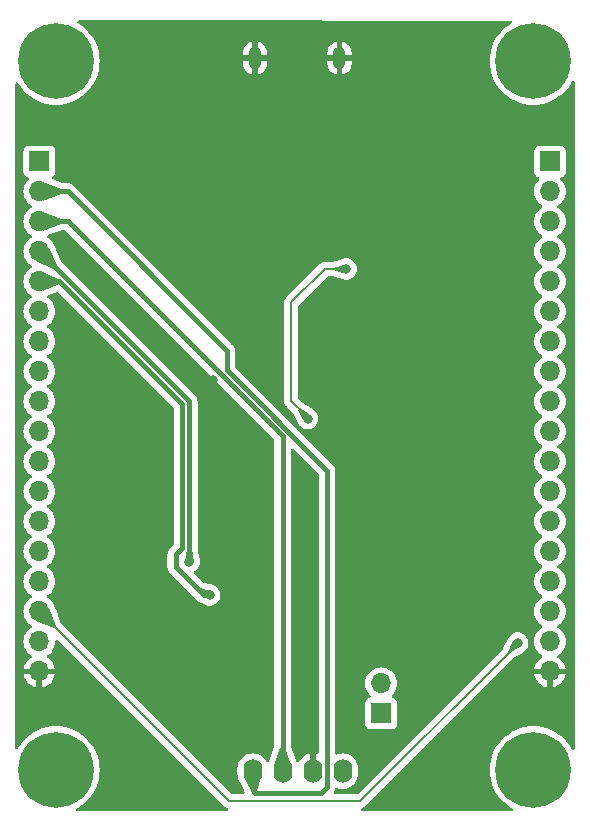
<source format=gbr>
%TF.GenerationSoftware,KiCad,Pcbnew,7.0.9*%
%TF.CreationDate,2023-12-13T11:13:32+03:00*%
%TF.ProjectId,rp2040,72703230-3430-42e6-9b69-6361645f7063,rev?*%
%TF.SameCoordinates,Original*%
%TF.FileFunction,Copper,L2,Bot*%
%TF.FilePolarity,Positive*%
%FSLAX46Y46*%
G04 Gerber Fmt 4.6, Leading zero omitted, Abs format (unit mm)*
G04 Created by KiCad (PCBNEW 7.0.9) date 2023-12-13 11:13:32*
%MOMM*%
%LPD*%
G01*
G04 APERTURE LIST*
%TA.AperFunction,ComponentPad*%
%ADD10C,0.800000*%
%TD*%
%TA.AperFunction,ComponentPad*%
%ADD11C,6.400000*%
%TD*%
%TA.AperFunction,ComponentPad*%
%ADD12R,1.700000X1.700000*%
%TD*%
%TA.AperFunction,ComponentPad*%
%ADD13O,1.700000X1.700000*%
%TD*%
%TA.AperFunction,ComponentPad*%
%ADD14O,1.600000X2.000000*%
%TD*%
%TA.AperFunction,ComponentPad*%
%ADD15O,1.050000X1.900000*%
%TD*%
%TA.AperFunction,ViaPad*%
%ADD16C,0.800000*%
%TD*%
%TA.AperFunction,Conductor*%
%ADD17C,0.200000*%
%TD*%
%TA.AperFunction,Conductor*%
%ADD18C,0.400000*%
%TD*%
G04 APERTURE END LIST*
D10*
%TO.P,H4,1*%
%TO.N,N/C*%
X119920000Y-128731944D03*
X120622944Y-127034888D03*
X120622944Y-130429000D03*
X122320000Y-126331944D03*
D11*
X122320000Y-128731944D03*
D10*
X122320000Y-131131944D03*
X124017056Y-127034888D03*
X124017056Y-130429000D03*
X124720000Y-128731944D03*
%TD*%
D12*
%TO.P,J2,1,Pin_1*%
%TO.N,+3.3V*%
X120920000Y-77216000D03*
D13*
%TO.P,J2,2,Pin_2*%
%TO.N,GPIO0*%
X120920000Y-79756000D03*
%TO.P,J2,3,Pin_3*%
%TO.N,GPIO1*%
X120920000Y-82296000D03*
%TO.P,J2,4,Pin_4*%
%TO.N,GPIO2*%
X120920000Y-84836000D03*
%TO.P,J2,5,Pin_5*%
%TO.N,GPIO3*%
X120920000Y-87376000D03*
%TO.P,J2,6,Pin_6*%
%TO.N,GPIO4*%
X120920000Y-89916000D03*
%TO.P,J2,7,Pin_7*%
%TO.N,GPIO5*%
X120920000Y-92456000D03*
%TO.P,J2,8,Pin_8*%
%TO.N,GPIO6*%
X120920000Y-94996000D03*
%TO.P,J2,9,Pin_9*%
%TO.N,GPIO7*%
X120920000Y-97536000D03*
%TO.P,J2,10,Pin_10*%
%TO.N,GPIO8*%
X120920000Y-100076000D03*
%TO.P,J2,11,Pin_11*%
%TO.N,GPIO9*%
X120920000Y-102616000D03*
%TO.P,J2,12,Pin_12*%
%TO.N,GPIO10*%
X120920000Y-105156000D03*
%TO.P,J2,13,Pin_13*%
%TO.N,GPIO11*%
X120920000Y-107696000D03*
%TO.P,J2,14,Pin_14*%
%TO.N,GPIO12*%
X120920000Y-110236000D03*
%TO.P,J2,15,Pin_15*%
%TO.N,GPIO13*%
X120920000Y-112776000D03*
%TO.P,J2,16,Pin_16*%
%TO.N,GPIO14*%
X120920000Y-115316000D03*
%TO.P,J2,17,Pin_17*%
%TO.N,GPIO15*%
X120920000Y-117856000D03*
%TO.P,J2,18,Pin_18*%
%TO.N,GND*%
X120920000Y-120396000D03*
%TD*%
D14*
%TO.P,U5,1,VCC*%
%TO.N,Net-(J3-Pin_1)*%
X146600000Y-128837000D03*
%TO.P,U5,2,GND*%
%TO.N,GND*%
X144060000Y-128837000D03*
%TO.P,U5,3,SCL*%
%TO.N,GPIO1*%
X141520000Y-128837000D03*
%TO.P,U5,4,SDA*%
%TO.N,GPIO0*%
X138980000Y-128837000D03*
%TD*%
D12*
%TO.P,J4,1,Pin_1*%
%TO.N,GPIO29_ADC3*%
X164140000Y-77216000D03*
D13*
%TO.P,J4,2,Pin_2*%
%TO.N,GPIO28_ADC2*%
X164140000Y-79756000D03*
%TO.P,J4,3,Pin_3*%
%TO.N,GPIO27_ADC1*%
X164140000Y-82296000D03*
%TO.P,J4,4,Pin_4*%
%TO.N,GPIO26_ADC0*%
X164140000Y-84836000D03*
%TO.P,J4,5,Pin_5*%
%TO.N,GPIO25*%
X164140000Y-87376000D03*
%TO.P,J4,6,Pin_6*%
%TO.N,GPIO24*%
X164140000Y-89916000D03*
%TO.P,J4,7,Pin_7*%
%TO.N,GPIO23*%
X164140000Y-92456000D03*
%TO.P,J4,8,Pin_8*%
%TO.N,GPIO22*%
X164140000Y-94996000D03*
%TO.P,J4,9,Pin_9*%
%TO.N,GPIO21*%
X164140000Y-97536000D03*
%TO.P,J4,10,Pin_10*%
%TO.N,GPIO20*%
X164140000Y-100076000D03*
%TO.P,J4,11,Pin_11*%
%TO.N,GPIO19*%
X164140000Y-102616000D03*
%TO.P,J4,12,Pin_12*%
%TO.N,GPIO18*%
X164140000Y-105156000D03*
%TO.P,J4,13,Pin_13*%
%TO.N,GPIO17*%
X164140000Y-107696000D03*
%TO.P,J4,14,Pin_14*%
%TO.N,GPIO16*%
X164140000Y-110236000D03*
%TO.P,J4,15,Pin_15*%
%TO.N,RUN*%
X164140000Y-112776000D03*
%TO.P,J4,16,Pin_16*%
%TO.N,SWD*%
X164140000Y-115316000D03*
%TO.P,J4,17,Pin_17*%
%TO.N,SWCLK*%
X164140000Y-117856000D03*
%TO.P,J4,18,Pin_18*%
%TO.N,GND*%
X164140000Y-120396000D03*
%TD*%
D12*
%TO.P,J3,1,Pin_1*%
%TO.N,Net-(J3-Pin_1)*%
X149860000Y-123952000D03*
D13*
%TO.P,J3,2,Pin_2*%
%TO.N,+3.3V*%
X149860000Y-121412000D03*
%TD*%
D10*
%TO.P,H1,1*%
%TO.N,N/C*%
X119920000Y-68707000D03*
X120622944Y-67009944D03*
X120622944Y-70404056D03*
X122320000Y-66307000D03*
D11*
X122320000Y-68707000D03*
D10*
X122320000Y-71107000D03*
X124017056Y-67009944D03*
X124017056Y-70404056D03*
X124720000Y-68707000D03*
%TD*%
D15*
%TO.P,J1,6,Shield*%
%TO.N,GND*%
X146323000Y-68470000D03*
X139173000Y-68470000D03*
%TD*%
D10*
%TO.P,H2,1*%
%TO.N,N/C*%
X160340000Y-68707000D03*
X161042944Y-67009944D03*
X161042944Y-70404056D03*
X162740000Y-66307000D03*
D11*
X162740000Y-68707000D03*
D10*
X162740000Y-71107000D03*
X164437056Y-67009944D03*
X164437056Y-70404056D03*
X165140000Y-68707000D03*
%TD*%
%TO.P,H3,1*%
%TO.N,N/C*%
X160340000Y-128731944D03*
X161042944Y-127034888D03*
X161042944Y-130429000D03*
X162740000Y-126331944D03*
D11*
X162740000Y-128731944D03*
D10*
X162740000Y-131131944D03*
X164437056Y-127034888D03*
X164437056Y-130429000D03*
X165140000Y-128731944D03*
%TD*%
D16*
%TO.N,+1V1*%
X146899000Y-86320000D03*
X143635000Y-98980000D03*
%TO.N,GPIO2*%
X133604000Y-111125000D03*
%TO.N,GPIO3*%
X135340000Y-113917500D03*
%TO.N,GPIO14*%
X161417000Y-117983000D03*
%TO.N,GND*%
X143850000Y-122680000D03*
X138303000Y-100203000D03*
X140080000Y-100690000D03*
X140335000Y-103378000D03*
X133420000Y-85910000D03*
X143764000Y-107061000D03*
X146685000Y-114427000D03*
X151270000Y-93599000D03*
X154432000Y-74041000D03*
X143256000Y-90932000D03*
X140843000Y-93345000D03*
X135636000Y-95758000D03*
X147600000Y-76454000D03*
X153543000Y-84696000D03*
X140208000Y-82677000D03*
X143256000Y-92075000D03*
X143256000Y-93345000D03*
X140843000Y-90932000D03*
X132500000Y-93950000D03*
X143002000Y-114455000D03*
X130937000Y-77343000D03*
X140843000Y-92075000D03*
%TD*%
D17*
%TO.N,+1V1*%
X143625000Y-98890000D02*
X142240000Y-97505000D01*
X142240000Y-89154000D02*
X145074000Y-86320000D01*
X142240000Y-97505000D02*
X142240000Y-89154000D01*
X145074000Y-86320000D02*
X146899000Y-86320000D01*
D18*
%TO.N,GPIO0*%
X123305371Y-79756000D02*
X120920000Y-79756000D01*
X136779000Y-94909472D02*
X136779000Y-93229629D01*
X138980000Y-130471000D02*
X139192000Y-130683000D01*
X136779000Y-93229629D02*
X123305371Y-79756000D01*
X145260000Y-130203000D02*
X145260000Y-103390472D01*
X138980000Y-128837000D02*
X138980000Y-130471000D01*
X139192000Y-130683000D02*
X144780000Y-130683000D01*
X145260000Y-103390472D02*
X136779000Y-94909472D01*
X144780000Y-130683000D02*
X145260000Y-130203000D01*
%TO.N,GPIO1*%
X123317000Y-82296000D02*
X120920000Y-82296000D01*
X141520000Y-128837000D02*
X141520000Y-100499000D01*
X141520000Y-100499000D02*
X123317000Y-82296000D01*
%TO.N,GPIO2*%
X133604000Y-97520000D02*
X120920000Y-84836000D01*
X133604000Y-111125000D02*
X133604000Y-97520000D01*
%TO.N,GPIO3*%
X132461000Y-110490000D02*
X132461000Y-111561000D01*
X122611472Y-87376000D02*
X133004000Y-97768528D01*
X133004000Y-109947000D02*
X132461000Y-110490000D01*
X132461000Y-111561000D02*
X134817500Y-113917500D01*
X133004000Y-97768528D02*
X133004000Y-109947000D01*
X134817500Y-113917500D02*
X135340000Y-113917500D01*
X120920000Y-87376000D02*
X122611472Y-87376000D01*
D17*
%TO.N,GPIO14*%
X136979000Y-131375000D02*
X148075000Y-131375000D01*
X120920000Y-115316000D02*
X136979000Y-131375000D01*
X161417000Y-118033000D02*
X161417000Y-117983000D01*
X148075000Y-131375000D02*
X161417000Y-118033000D01*
%TO.N,GND*%
X144060000Y-126635000D02*
X143850000Y-126425000D01*
X143850000Y-126425000D02*
X143850000Y-122680000D01*
X144060000Y-128837000D02*
X144060000Y-126635000D01*
%TD*%
%TA.AperFunction,Conductor*%
%TO.N,GND*%
G36*
X160803556Y-65280353D02*
G01*
X160870594Y-65300043D01*
X160916345Y-65352850D01*
X160926284Y-65422009D01*
X160897254Y-65485563D01*
X160871082Y-65508348D01*
X160561917Y-65709122D01*
X160260488Y-65953215D01*
X160260480Y-65953222D01*
X159986222Y-66227480D01*
X159986215Y-66227488D01*
X159742122Y-66528917D01*
X159530877Y-66854206D01*
X159354787Y-67199802D01*
X159215788Y-67561905D01*
X159115397Y-67936570D01*
X159115397Y-67936572D01*
X159054722Y-68319662D01*
X159034422Y-68707000D01*
X159054722Y-69094338D01*
X159115398Y-69477433D01*
X159188801Y-69751379D01*
X159215788Y-69852094D01*
X159354787Y-70214197D01*
X159530877Y-70559793D01*
X159742122Y-70885082D01*
X159742124Y-70885084D01*
X159986219Y-71186516D01*
X160260484Y-71460781D01*
X160260488Y-71460784D01*
X160561917Y-71704877D01*
X160887206Y-71916122D01*
X160887211Y-71916125D01*
X161232806Y-72092214D01*
X161594913Y-72231214D01*
X161969567Y-72331602D01*
X162352662Y-72392278D01*
X162718576Y-72411455D01*
X162739999Y-72412578D01*
X162740000Y-72412578D01*
X162740001Y-72412578D01*
X162760301Y-72411514D01*
X163127338Y-72392278D01*
X163510433Y-72331602D01*
X163885087Y-72231214D01*
X164247194Y-72092214D01*
X164592789Y-71916125D01*
X164918084Y-71704876D01*
X165219516Y-71460781D01*
X165493781Y-71186516D01*
X165737876Y-70885084D01*
X165898317Y-70638027D01*
X165949124Y-70559791D01*
X165949125Y-70559789D01*
X166008515Y-70443228D01*
X166056489Y-70392433D01*
X166124310Y-70375637D01*
X166190445Y-70398174D01*
X166233897Y-70452889D01*
X166243000Y-70499523D01*
X166243000Y-107742521D01*
X166239800Y-126933161D01*
X166220104Y-127000197D01*
X166167293Y-127045943D01*
X166098132Y-127055875D01*
X166034582Y-127026839D01*
X166005315Y-126989434D01*
X165949125Y-126879155D01*
X165949124Y-126879152D01*
X165737877Y-126553861D01*
X165493784Y-126252432D01*
X165493781Y-126252428D01*
X165219516Y-125978163D01*
X164918084Y-125734068D01*
X164918082Y-125734066D01*
X164592793Y-125522821D01*
X164247197Y-125346731D01*
X163885094Y-125207732D01*
X163885087Y-125207730D01*
X163510433Y-125107342D01*
X163510429Y-125107341D01*
X163510428Y-125107341D01*
X163127339Y-125046666D01*
X162740001Y-125026366D01*
X162739999Y-125026366D01*
X162352660Y-125046666D01*
X161969572Y-125107341D01*
X161969570Y-125107341D01*
X161594905Y-125207732D01*
X161232802Y-125346731D01*
X160887206Y-125522821D01*
X160561917Y-125734066D01*
X160260488Y-125978159D01*
X160260480Y-125978166D01*
X159986222Y-126252424D01*
X159986215Y-126252432D01*
X159742122Y-126553861D01*
X159530877Y-126879150D01*
X159354787Y-127224746D01*
X159215788Y-127586849D01*
X159115397Y-127961514D01*
X159115397Y-127961516D01*
X159054722Y-128344604D01*
X159034422Y-128731943D01*
X159034422Y-128731944D01*
X159054722Y-129119283D01*
X159115147Y-129500795D01*
X159115398Y-129502377D01*
X159141265Y-129598916D01*
X159215788Y-129877038D01*
X159354787Y-130239141D01*
X159530877Y-130584737D01*
X159742122Y-130910026D01*
X159742124Y-130910028D01*
X159986219Y-131211460D01*
X160260484Y-131485725D01*
X160260488Y-131485728D01*
X160561917Y-131729821D01*
X160887206Y-131941066D01*
X160887211Y-131941069D01*
X160924448Y-131960042D01*
X160948927Y-131972515D01*
X160999723Y-132020490D01*
X161016518Y-132088311D01*
X160993981Y-132154446D01*
X160939265Y-132197897D01*
X160892632Y-132207000D01*
X148247817Y-132207000D01*
X148180778Y-132187315D01*
X148135023Y-132134511D01*
X148125079Y-132065353D01*
X148154104Y-132001797D01*
X148212882Y-131964023D01*
X148231627Y-131960061D01*
X148231762Y-131960044D01*
X148377841Y-131899536D01*
X148452844Y-131841984D01*
X148503282Y-131803282D01*
X148524983Y-131774999D01*
X148530311Y-131768922D01*
X161011627Y-119287606D01*
X161034901Y-119269327D01*
X161651667Y-118894495D01*
X161824049Y-118789732D01*
X161828859Y-118786711D01*
X161844368Y-118778442D01*
X161869730Y-118767151D01*
X162022871Y-118655888D01*
X162149533Y-118515216D01*
X162244179Y-118351284D01*
X162302674Y-118171256D01*
X162322460Y-117983000D01*
X162309112Y-117856000D01*
X162784341Y-117856000D01*
X162804936Y-118091403D01*
X162804938Y-118091413D01*
X162866094Y-118319655D01*
X162866096Y-118319659D01*
X162866097Y-118319663D01*
X162912810Y-118419839D01*
X162965965Y-118533830D01*
X162965967Y-118533834D01*
X163101501Y-118727395D01*
X163101506Y-118727402D01*
X163268597Y-118894493D01*
X163268603Y-118894498D01*
X163454594Y-119024730D01*
X163498219Y-119079307D01*
X163505413Y-119148805D01*
X163473890Y-119211160D01*
X163454595Y-119227880D01*
X163268922Y-119357890D01*
X163268920Y-119357891D01*
X163101891Y-119524920D01*
X163101886Y-119524926D01*
X162966400Y-119718420D01*
X162966399Y-119718422D01*
X162866570Y-119932507D01*
X162866567Y-119932513D01*
X162809364Y-120145999D01*
X162809364Y-120146000D01*
X163706314Y-120146000D01*
X163680507Y-120186156D01*
X163640000Y-120324111D01*
X163640000Y-120467889D01*
X163680507Y-120605844D01*
X163706314Y-120646000D01*
X162809364Y-120646000D01*
X162866567Y-120859486D01*
X162866570Y-120859492D01*
X162966399Y-121073578D01*
X163101894Y-121267082D01*
X163268917Y-121434105D01*
X163462421Y-121569600D01*
X163676507Y-121669429D01*
X163676516Y-121669433D01*
X163890000Y-121726634D01*
X163890000Y-120831501D01*
X163997685Y-120880680D01*
X164104237Y-120896000D01*
X164175763Y-120896000D01*
X164282315Y-120880680D01*
X164390000Y-120831501D01*
X164390000Y-121726633D01*
X164603483Y-121669433D01*
X164603492Y-121669429D01*
X164817578Y-121569600D01*
X165011082Y-121434105D01*
X165178105Y-121267082D01*
X165313600Y-121073578D01*
X165413429Y-120859492D01*
X165413432Y-120859486D01*
X165470636Y-120646000D01*
X164573686Y-120646000D01*
X164599493Y-120605844D01*
X164640000Y-120467889D01*
X164640000Y-120324111D01*
X164599493Y-120186156D01*
X164573686Y-120146000D01*
X165470636Y-120146000D01*
X165470635Y-120145999D01*
X165413432Y-119932513D01*
X165413429Y-119932507D01*
X165313600Y-119718422D01*
X165313599Y-119718420D01*
X165178113Y-119524926D01*
X165178108Y-119524920D01*
X165011078Y-119357890D01*
X164825405Y-119227879D01*
X164781780Y-119173302D01*
X164774588Y-119103804D01*
X164806110Y-119041449D01*
X164825406Y-119024730D01*
X165011401Y-118894495D01*
X165178495Y-118727401D01*
X165314035Y-118533830D01*
X165413903Y-118319663D01*
X165475063Y-118091408D01*
X165495659Y-117856000D01*
X165475063Y-117620592D01*
X165413903Y-117392337D01*
X165314035Y-117178171D01*
X165274603Y-117121855D01*
X165178494Y-116984597D01*
X165011402Y-116817506D01*
X165011396Y-116817501D01*
X164825842Y-116687575D01*
X164782217Y-116632998D01*
X164775023Y-116563500D01*
X164806546Y-116501145D01*
X164825842Y-116484425D01*
X164848026Y-116468891D01*
X165011401Y-116354495D01*
X165178495Y-116187401D01*
X165314035Y-115993830D01*
X165413903Y-115779663D01*
X165475063Y-115551408D01*
X165495659Y-115316000D01*
X165475063Y-115080592D01*
X165413903Y-114852337D01*
X165314035Y-114638171D01*
X165314032Y-114638166D01*
X165178494Y-114444597D01*
X165011402Y-114277506D01*
X165011396Y-114277501D01*
X164825842Y-114147575D01*
X164782217Y-114092998D01*
X164775023Y-114023500D01*
X164806546Y-113961145D01*
X164825842Y-113944425D01*
X164864295Y-113917500D01*
X165011401Y-113814495D01*
X165178495Y-113647401D01*
X165314035Y-113453830D01*
X165413903Y-113239663D01*
X165475063Y-113011408D01*
X165495659Y-112776000D01*
X165475063Y-112540592D01*
X165413903Y-112312337D01*
X165314035Y-112098171D01*
X165294343Y-112070047D01*
X165178494Y-111904597D01*
X165011402Y-111737506D01*
X165011396Y-111737501D01*
X164825842Y-111607575D01*
X164782217Y-111552998D01*
X164775023Y-111483500D01*
X164806546Y-111421145D01*
X164825842Y-111404425D01*
X164956040Y-111313259D01*
X165011401Y-111274495D01*
X165178495Y-111107401D01*
X165314035Y-110913830D01*
X165413903Y-110699663D01*
X165475063Y-110471408D01*
X165495659Y-110236000D01*
X165475063Y-110000592D01*
X165413903Y-109772337D01*
X165314035Y-109558171D01*
X165178495Y-109364599D01*
X165178494Y-109364597D01*
X165011402Y-109197506D01*
X165011396Y-109197501D01*
X164825842Y-109067575D01*
X164782217Y-109012998D01*
X164775023Y-108943500D01*
X164806546Y-108881145D01*
X164825842Y-108864425D01*
X164848026Y-108848891D01*
X165011401Y-108734495D01*
X165178495Y-108567401D01*
X165314035Y-108373830D01*
X165413903Y-108159663D01*
X165475063Y-107931408D01*
X165495659Y-107696000D01*
X165475063Y-107460592D01*
X165413903Y-107232337D01*
X165314035Y-107018171D01*
X165178495Y-106824599D01*
X165178494Y-106824597D01*
X165011402Y-106657506D01*
X165011396Y-106657501D01*
X164825842Y-106527575D01*
X164782217Y-106472998D01*
X164775023Y-106403500D01*
X164806546Y-106341145D01*
X164825842Y-106324425D01*
X164848026Y-106308891D01*
X165011401Y-106194495D01*
X165178495Y-106027401D01*
X165314035Y-105833830D01*
X165413903Y-105619663D01*
X165475063Y-105391408D01*
X165495659Y-105156000D01*
X165475063Y-104920592D01*
X165413903Y-104692337D01*
X165314035Y-104478171D01*
X165178495Y-104284599D01*
X165178494Y-104284597D01*
X165011402Y-104117506D01*
X165011396Y-104117501D01*
X164825842Y-103987575D01*
X164782217Y-103932998D01*
X164775023Y-103863500D01*
X164806546Y-103801145D01*
X164825842Y-103784425D01*
X164938368Y-103705633D01*
X165011401Y-103654495D01*
X165178495Y-103487401D01*
X165314035Y-103293830D01*
X165413903Y-103079663D01*
X165475063Y-102851408D01*
X165495659Y-102616000D01*
X165475063Y-102380592D01*
X165413903Y-102152337D01*
X165314035Y-101938171D01*
X165178495Y-101744599D01*
X165178494Y-101744597D01*
X165011402Y-101577506D01*
X165011396Y-101577501D01*
X164825842Y-101447575D01*
X164782217Y-101392998D01*
X164775023Y-101323500D01*
X164806546Y-101261145D01*
X164825842Y-101244425D01*
X164848026Y-101228891D01*
X165011401Y-101114495D01*
X165178495Y-100947401D01*
X165314035Y-100753830D01*
X165413903Y-100539663D01*
X165475063Y-100311408D01*
X165495659Y-100076000D01*
X165475063Y-99840592D01*
X165428626Y-99667285D01*
X165413905Y-99612344D01*
X165413904Y-99612343D01*
X165413903Y-99612337D01*
X165314035Y-99398171D01*
X165303994Y-99383830D01*
X165178494Y-99204597D01*
X165011402Y-99037506D01*
X165011396Y-99037501D01*
X164825842Y-98907575D01*
X164782217Y-98852998D01*
X164775023Y-98783500D01*
X164806546Y-98721145D01*
X164825842Y-98704425D01*
X164958235Y-98611722D01*
X165011401Y-98574495D01*
X165178495Y-98407401D01*
X165314035Y-98213830D01*
X165413903Y-97999663D01*
X165475063Y-97771408D01*
X165495659Y-97536000D01*
X165475063Y-97300592D01*
X165413903Y-97072337D01*
X165314035Y-96858171D01*
X165178495Y-96664599D01*
X165178494Y-96664597D01*
X165011402Y-96497506D01*
X165011396Y-96497501D01*
X164825842Y-96367575D01*
X164782217Y-96312998D01*
X164775023Y-96243500D01*
X164806546Y-96181145D01*
X164825842Y-96164425D01*
X164848026Y-96148891D01*
X165011401Y-96034495D01*
X165178495Y-95867401D01*
X165314035Y-95673830D01*
X165413903Y-95459663D01*
X165475063Y-95231408D01*
X165495659Y-94996000D01*
X165475063Y-94760592D01*
X165413903Y-94532337D01*
X165314035Y-94318171D01*
X165178495Y-94124599D01*
X165178494Y-94124597D01*
X165011402Y-93957506D01*
X165011396Y-93957501D01*
X164825842Y-93827575D01*
X164782217Y-93772998D01*
X164775023Y-93703500D01*
X164806546Y-93641145D01*
X164825842Y-93624425D01*
X164939572Y-93544790D01*
X165011401Y-93494495D01*
X165178495Y-93327401D01*
X165314035Y-93133830D01*
X165413903Y-92919663D01*
X165475063Y-92691408D01*
X165495659Y-92456000D01*
X165475063Y-92220592D01*
X165413903Y-91992337D01*
X165314035Y-91778171D01*
X165178495Y-91584599D01*
X165178494Y-91584597D01*
X165011402Y-91417506D01*
X165011396Y-91417501D01*
X164825842Y-91287575D01*
X164782217Y-91232998D01*
X164775023Y-91163500D01*
X164806546Y-91101145D01*
X164825842Y-91084425D01*
X164848026Y-91068891D01*
X165011401Y-90954495D01*
X165178495Y-90787401D01*
X165314035Y-90593830D01*
X165413903Y-90379663D01*
X165475063Y-90151408D01*
X165495659Y-89916000D01*
X165475063Y-89680592D01*
X165413903Y-89452337D01*
X165314035Y-89238171D01*
X165255098Y-89153999D01*
X165178494Y-89044597D01*
X165011402Y-88877506D01*
X165011396Y-88877501D01*
X164825842Y-88747575D01*
X164782217Y-88692998D01*
X164775023Y-88623500D01*
X164806546Y-88561145D01*
X164825842Y-88544425D01*
X164848026Y-88528891D01*
X165011401Y-88414495D01*
X165178495Y-88247401D01*
X165314035Y-88053830D01*
X165413903Y-87839663D01*
X165475063Y-87611408D01*
X165495659Y-87376000D01*
X165475063Y-87140592D01*
X165425822Y-86956819D01*
X165413905Y-86912344D01*
X165413904Y-86912343D01*
X165413903Y-86912337D01*
X165314035Y-86698171D01*
X165307108Y-86688277D01*
X165178494Y-86504597D01*
X165011402Y-86337506D01*
X165011396Y-86337501D01*
X164825842Y-86207575D01*
X164782217Y-86152998D01*
X164775023Y-86083500D01*
X164806546Y-86021145D01*
X164825842Y-86004425D01*
X164848026Y-85988891D01*
X165011401Y-85874495D01*
X165178495Y-85707401D01*
X165314035Y-85513830D01*
X165413903Y-85299663D01*
X165475063Y-85071408D01*
X165495659Y-84836000D01*
X165475063Y-84600592D01*
X165413903Y-84372337D01*
X165314035Y-84158171D01*
X165314034Y-84158169D01*
X165178494Y-83964597D01*
X165011402Y-83797506D01*
X165011396Y-83797501D01*
X164825842Y-83667575D01*
X164782217Y-83612998D01*
X164775023Y-83543500D01*
X164806546Y-83481145D01*
X164825842Y-83464425D01*
X164848026Y-83448891D01*
X165011401Y-83334495D01*
X165178495Y-83167401D01*
X165314035Y-82973830D01*
X165413903Y-82759663D01*
X165475063Y-82531408D01*
X165495659Y-82296000D01*
X165475063Y-82060592D01*
X165413903Y-81832337D01*
X165314035Y-81618171D01*
X165311431Y-81614451D01*
X165178494Y-81424597D01*
X165011402Y-81257506D01*
X165011396Y-81257501D01*
X164825842Y-81127575D01*
X164782217Y-81072998D01*
X164775023Y-81003500D01*
X164806546Y-80941145D01*
X164825842Y-80924425D01*
X164848026Y-80908891D01*
X165011401Y-80794495D01*
X165178495Y-80627401D01*
X165314035Y-80433830D01*
X165413903Y-80219663D01*
X165475063Y-79991408D01*
X165495659Y-79756000D01*
X165475063Y-79520592D01*
X165413903Y-79292337D01*
X165314035Y-79078171D01*
X165311430Y-79074451D01*
X165178496Y-78884600D01*
X165178495Y-78884599D01*
X165056567Y-78762671D01*
X165023084Y-78701351D01*
X165028068Y-78631659D01*
X165069939Y-78575725D01*
X165100915Y-78558810D01*
X165232331Y-78509796D01*
X165347546Y-78423546D01*
X165433796Y-78308331D01*
X165484091Y-78173483D01*
X165490500Y-78113873D01*
X165490499Y-76318128D01*
X165484091Y-76258517D01*
X165433796Y-76123669D01*
X165433795Y-76123668D01*
X165433793Y-76123664D01*
X165347547Y-76008455D01*
X165347544Y-76008452D01*
X165232335Y-75922206D01*
X165232328Y-75922202D01*
X165097482Y-75871908D01*
X165097483Y-75871908D01*
X165037883Y-75865501D01*
X165037881Y-75865500D01*
X165037873Y-75865500D01*
X165037864Y-75865500D01*
X163242129Y-75865500D01*
X163242123Y-75865501D01*
X163182516Y-75871908D01*
X163047671Y-75922202D01*
X163047664Y-75922206D01*
X162932455Y-76008452D01*
X162932452Y-76008455D01*
X162846206Y-76123664D01*
X162846202Y-76123671D01*
X162795908Y-76258517D01*
X162789501Y-76318116D01*
X162789501Y-76318123D01*
X162789500Y-76318135D01*
X162789500Y-78113870D01*
X162789501Y-78113876D01*
X162795908Y-78173483D01*
X162846202Y-78308328D01*
X162846206Y-78308335D01*
X162932452Y-78423544D01*
X162932455Y-78423547D01*
X163047664Y-78509793D01*
X163047671Y-78509797D01*
X163179081Y-78558810D01*
X163235015Y-78600681D01*
X163259432Y-78666145D01*
X163244580Y-78734418D01*
X163223430Y-78762673D01*
X163101503Y-78884600D01*
X162965965Y-79078169D01*
X162965964Y-79078171D01*
X162866098Y-79292335D01*
X162866094Y-79292344D01*
X162804938Y-79520586D01*
X162804936Y-79520596D01*
X162784341Y-79755999D01*
X162784341Y-79756000D01*
X162804936Y-79991403D01*
X162804938Y-79991413D01*
X162866094Y-80219655D01*
X162866096Y-80219659D01*
X162866097Y-80219663D01*
X162965965Y-80433830D01*
X162965967Y-80433834D01*
X163101501Y-80627395D01*
X163101506Y-80627402D01*
X163268597Y-80794493D01*
X163268603Y-80794498D01*
X163454158Y-80924425D01*
X163497783Y-80979002D01*
X163504977Y-81048500D01*
X163473454Y-81110855D01*
X163454158Y-81127575D01*
X163268597Y-81257505D01*
X163101505Y-81424597D01*
X162965965Y-81618169D01*
X162965964Y-81618171D01*
X162866098Y-81832335D01*
X162866094Y-81832344D01*
X162804938Y-82060586D01*
X162804936Y-82060596D01*
X162784341Y-82295999D01*
X162784341Y-82296000D01*
X162804936Y-82531403D01*
X162804938Y-82531413D01*
X162866094Y-82759655D01*
X162866096Y-82759659D01*
X162866097Y-82759663D01*
X162965965Y-82973830D01*
X162965967Y-82973834D01*
X163101501Y-83167395D01*
X163101506Y-83167402D01*
X163268597Y-83334493D01*
X163268603Y-83334498D01*
X163454158Y-83464425D01*
X163497783Y-83519002D01*
X163504977Y-83588500D01*
X163473454Y-83650855D01*
X163454158Y-83667575D01*
X163268597Y-83797505D01*
X163101505Y-83964597D01*
X162965965Y-84158169D01*
X162965964Y-84158171D01*
X162866098Y-84372335D01*
X162866094Y-84372344D01*
X162804938Y-84600586D01*
X162804936Y-84600596D01*
X162784341Y-84835999D01*
X162784341Y-84836000D01*
X162804936Y-85071403D01*
X162804938Y-85071413D01*
X162866094Y-85299655D01*
X162866096Y-85299659D01*
X162866097Y-85299663D01*
X162921978Y-85419500D01*
X162965965Y-85513830D01*
X162965967Y-85513834D01*
X163101501Y-85707395D01*
X163101506Y-85707402D01*
X163268597Y-85874493D01*
X163268603Y-85874498D01*
X163454158Y-86004425D01*
X163497783Y-86059002D01*
X163504977Y-86128500D01*
X163473454Y-86190855D01*
X163454158Y-86207575D01*
X163268597Y-86337505D01*
X163101505Y-86504597D01*
X162965965Y-86698169D01*
X162965964Y-86698171D01*
X162866098Y-86912335D01*
X162866094Y-86912344D01*
X162804938Y-87140586D01*
X162804936Y-87140596D01*
X162784341Y-87375999D01*
X162784341Y-87376000D01*
X162804936Y-87611403D01*
X162804938Y-87611413D01*
X162866094Y-87839655D01*
X162866096Y-87839659D01*
X162866097Y-87839663D01*
X162965965Y-88053830D01*
X162965967Y-88053834D01*
X163101501Y-88247395D01*
X163101506Y-88247402D01*
X163268597Y-88414493D01*
X163268603Y-88414498D01*
X163454158Y-88544425D01*
X163497783Y-88599002D01*
X163504977Y-88668500D01*
X163473454Y-88730855D01*
X163454158Y-88747575D01*
X163268597Y-88877505D01*
X163101505Y-89044597D01*
X162965965Y-89238169D01*
X162965964Y-89238171D01*
X162866098Y-89452335D01*
X162866094Y-89452344D01*
X162804938Y-89680586D01*
X162804936Y-89680596D01*
X162784341Y-89915999D01*
X162784341Y-89916000D01*
X162804936Y-90151403D01*
X162804938Y-90151413D01*
X162866094Y-90379655D01*
X162866096Y-90379659D01*
X162866097Y-90379663D01*
X162965965Y-90593830D01*
X162965967Y-90593834D01*
X163101501Y-90787395D01*
X163101506Y-90787402D01*
X163268597Y-90954493D01*
X163268603Y-90954498D01*
X163454158Y-91084425D01*
X163497783Y-91139002D01*
X163504977Y-91208500D01*
X163473454Y-91270855D01*
X163454158Y-91287575D01*
X163268597Y-91417505D01*
X163101505Y-91584597D01*
X162965965Y-91778169D01*
X162965964Y-91778171D01*
X162866098Y-91992335D01*
X162866094Y-91992344D01*
X162804938Y-92220586D01*
X162804936Y-92220596D01*
X162784341Y-92455999D01*
X162784341Y-92456000D01*
X162804936Y-92691403D01*
X162804938Y-92691413D01*
X162866094Y-92919655D01*
X162866096Y-92919659D01*
X162866097Y-92919663D01*
X162960590Y-93122303D01*
X162965965Y-93133830D01*
X162965967Y-93133834D01*
X163101501Y-93327395D01*
X163101506Y-93327402D01*
X163268597Y-93494493D01*
X163268603Y-93494498D01*
X163454158Y-93624425D01*
X163497783Y-93679002D01*
X163504977Y-93748500D01*
X163473454Y-93810855D01*
X163454158Y-93827575D01*
X163268597Y-93957505D01*
X163101505Y-94124597D01*
X162965965Y-94318169D01*
X162965964Y-94318171D01*
X162866098Y-94532335D01*
X162866094Y-94532344D01*
X162804938Y-94760586D01*
X162804936Y-94760596D01*
X162784341Y-94995999D01*
X162784341Y-94996000D01*
X162804936Y-95231403D01*
X162804938Y-95231413D01*
X162866094Y-95459655D01*
X162866096Y-95459659D01*
X162866097Y-95459663D01*
X162965965Y-95673830D01*
X162965967Y-95673834D01*
X163101501Y-95867395D01*
X163101506Y-95867402D01*
X163268597Y-96034493D01*
X163268603Y-96034498D01*
X163454158Y-96164425D01*
X163497783Y-96219002D01*
X163504977Y-96288500D01*
X163473454Y-96350855D01*
X163454158Y-96367575D01*
X163268597Y-96497505D01*
X163101505Y-96664597D01*
X162965965Y-96858169D01*
X162965964Y-96858171D01*
X162866098Y-97072335D01*
X162866094Y-97072344D01*
X162804938Y-97300586D01*
X162804936Y-97300596D01*
X162784341Y-97535999D01*
X162784341Y-97536000D01*
X162804936Y-97771403D01*
X162804938Y-97771413D01*
X162866094Y-97999655D01*
X162866096Y-97999659D01*
X162866097Y-97999663D01*
X162905279Y-98083689D01*
X162965965Y-98213830D01*
X162965967Y-98213834D01*
X163101501Y-98407395D01*
X163101506Y-98407402D01*
X163268597Y-98574493D01*
X163268603Y-98574498D01*
X163454158Y-98704425D01*
X163497783Y-98759002D01*
X163504977Y-98828500D01*
X163473454Y-98890855D01*
X163454158Y-98907575D01*
X163268597Y-99037505D01*
X163101505Y-99204597D01*
X162965965Y-99398169D01*
X162965964Y-99398171D01*
X162866098Y-99612335D01*
X162866094Y-99612344D01*
X162804938Y-99840586D01*
X162804936Y-99840596D01*
X162784341Y-100075999D01*
X162784341Y-100076000D01*
X162804936Y-100311403D01*
X162804938Y-100311413D01*
X162866094Y-100539655D01*
X162866096Y-100539659D01*
X162866097Y-100539663D01*
X162965502Y-100752837D01*
X162965965Y-100753830D01*
X162965967Y-100753834D01*
X163101501Y-100947395D01*
X163101506Y-100947402D01*
X163268597Y-101114493D01*
X163268603Y-101114498D01*
X163454158Y-101244425D01*
X163497783Y-101299002D01*
X163504977Y-101368500D01*
X163473454Y-101430855D01*
X163454158Y-101447575D01*
X163268597Y-101577505D01*
X163101505Y-101744597D01*
X162965965Y-101938169D01*
X162965964Y-101938171D01*
X162866098Y-102152335D01*
X162866094Y-102152344D01*
X162804938Y-102380586D01*
X162804936Y-102380596D01*
X162784341Y-102615999D01*
X162784341Y-102616000D01*
X162804936Y-102851403D01*
X162804938Y-102851413D01*
X162866094Y-103079655D01*
X162866096Y-103079659D01*
X162866097Y-103079663D01*
X162913135Y-103180535D01*
X162965965Y-103293830D01*
X162965967Y-103293834D01*
X163101501Y-103487395D01*
X163101506Y-103487402D01*
X163268597Y-103654493D01*
X163268603Y-103654498D01*
X163454158Y-103784425D01*
X163497783Y-103839002D01*
X163504977Y-103908500D01*
X163473454Y-103970855D01*
X163454158Y-103987575D01*
X163268597Y-104117505D01*
X163101505Y-104284597D01*
X162965965Y-104478169D01*
X162965964Y-104478171D01*
X162866098Y-104692335D01*
X162866094Y-104692344D01*
X162804938Y-104920586D01*
X162804936Y-104920596D01*
X162784341Y-105155999D01*
X162784341Y-105156000D01*
X162804936Y-105391403D01*
X162804938Y-105391413D01*
X162866094Y-105619655D01*
X162866096Y-105619659D01*
X162866097Y-105619663D01*
X162965965Y-105833830D01*
X162965967Y-105833834D01*
X163101501Y-106027395D01*
X163101506Y-106027402D01*
X163268597Y-106194493D01*
X163268603Y-106194498D01*
X163454158Y-106324425D01*
X163497783Y-106379002D01*
X163504977Y-106448500D01*
X163473454Y-106510855D01*
X163454158Y-106527575D01*
X163268597Y-106657505D01*
X163101505Y-106824597D01*
X162965965Y-107018169D01*
X162965964Y-107018171D01*
X162866098Y-107232335D01*
X162866094Y-107232344D01*
X162804938Y-107460586D01*
X162804936Y-107460596D01*
X162784341Y-107695999D01*
X162784341Y-107696000D01*
X162804936Y-107931403D01*
X162804938Y-107931413D01*
X162866094Y-108159655D01*
X162866096Y-108159659D01*
X162866097Y-108159663D01*
X162965965Y-108373830D01*
X162965967Y-108373834D01*
X163101501Y-108567395D01*
X163101506Y-108567402D01*
X163268597Y-108734493D01*
X163268603Y-108734498D01*
X163454158Y-108864425D01*
X163497783Y-108919002D01*
X163504977Y-108988500D01*
X163473454Y-109050855D01*
X163454158Y-109067575D01*
X163268597Y-109197505D01*
X163101505Y-109364597D01*
X162965965Y-109558169D01*
X162965964Y-109558171D01*
X162866098Y-109772335D01*
X162866094Y-109772344D01*
X162804938Y-110000586D01*
X162804936Y-110000596D01*
X162784341Y-110235999D01*
X162784341Y-110236000D01*
X162804936Y-110471403D01*
X162804938Y-110471413D01*
X162866094Y-110699655D01*
X162866096Y-110699659D01*
X162866097Y-110699663D01*
X162958184Y-110897144D01*
X162965965Y-110913830D01*
X162965967Y-110913834D01*
X163101501Y-111107395D01*
X163101506Y-111107402D01*
X163268597Y-111274493D01*
X163268603Y-111274498D01*
X163454158Y-111404425D01*
X163497783Y-111459002D01*
X163504977Y-111528500D01*
X163473454Y-111590855D01*
X163454158Y-111607575D01*
X163268597Y-111737505D01*
X163101505Y-111904597D01*
X162965965Y-112098169D01*
X162965964Y-112098171D01*
X162866098Y-112312335D01*
X162866094Y-112312344D01*
X162804938Y-112540586D01*
X162804936Y-112540596D01*
X162784341Y-112775999D01*
X162784341Y-112776000D01*
X162804936Y-113011403D01*
X162804938Y-113011413D01*
X162866094Y-113239655D01*
X162866096Y-113239659D01*
X162866097Y-113239663D01*
X162934002Y-113385285D01*
X162965965Y-113453830D01*
X162965967Y-113453834D01*
X163101501Y-113647395D01*
X163101506Y-113647402D01*
X163268597Y-113814493D01*
X163268603Y-113814498D01*
X163454158Y-113944425D01*
X163497783Y-113999002D01*
X163504977Y-114068500D01*
X163473454Y-114130855D01*
X163454158Y-114147575D01*
X163268597Y-114277505D01*
X163101505Y-114444597D01*
X162965965Y-114638169D01*
X162965964Y-114638171D01*
X162866098Y-114852335D01*
X162866094Y-114852344D01*
X162804938Y-115080586D01*
X162804936Y-115080596D01*
X162784341Y-115315999D01*
X162784341Y-115316000D01*
X162804936Y-115551403D01*
X162804938Y-115551413D01*
X162866094Y-115779655D01*
X162866096Y-115779659D01*
X162866097Y-115779663D01*
X162965965Y-115993830D01*
X162965967Y-115993834D01*
X163101501Y-116187395D01*
X163101506Y-116187402D01*
X163268597Y-116354493D01*
X163268603Y-116354498D01*
X163454158Y-116484425D01*
X163497783Y-116539002D01*
X163504977Y-116608500D01*
X163473454Y-116670855D01*
X163454158Y-116687575D01*
X163268597Y-116817505D01*
X163101505Y-116984597D01*
X162965965Y-117178169D01*
X162965964Y-117178171D01*
X162866098Y-117392335D01*
X162866094Y-117392344D01*
X162804938Y-117620586D01*
X162804936Y-117620596D01*
X162784341Y-117855999D01*
X162784341Y-117856000D01*
X162309112Y-117856000D01*
X162302674Y-117794744D01*
X162244179Y-117614716D01*
X162149533Y-117450784D01*
X162022871Y-117310112D01*
X162022870Y-117310111D01*
X161869734Y-117198851D01*
X161869729Y-117198848D01*
X161696807Y-117121857D01*
X161696802Y-117121855D01*
X161551001Y-117090865D01*
X161511646Y-117082500D01*
X161322354Y-117082500D01*
X161289897Y-117089398D01*
X161137197Y-117121855D01*
X161137192Y-117121857D01*
X160964270Y-117198848D01*
X160964265Y-117198851D01*
X160811129Y-117310111D01*
X160684467Y-117450783D01*
X160598499Y-117599683D01*
X160595253Y-117604725D01*
X160593644Y-117606977D01*
X160593639Y-117606984D01*
X160172695Y-118419839D01*
X160150265Y-118450498D01*
X147862584Y-130738181D01*
X147801261Y-130771666D01*
X147774903Y-130774500D01*
X145956810Y-130774500D01*
X145889771Y-130754815D01*
X145844016Y-130702011D01*
X145834072Y-130632853D01*
X145859199Y-130574027D01*
X145863878Y-130568056D01*
X145868037Y-130558813D01*
X145879061Y-130539268D01*
X145884818Y-130530930D01*
X145906810Y-130472939D01*
X145908232Y-130469503D01*
X145933695Y-130412931D01*
X145935522Y-130402959D01*
X145941546Y-130381347D01*
X145945140Y-130371872D01*
X145948130Y-130347244D01*
X145975751Y-130283067D01*
X146033684Y-130244010D01*
X146103537Y-130242474D01*
X146123625Y-130249806D01*
X146153504Y-130263739D01*
X146373308Y-130322635D01*
X146535230Y-130336801D01*
X146599998Y-130342468D01*
X146600000Y-130342468D01*
X146600002Y-130342468D01*
X146656673Y-130337509D01*
X146826692Y-130322635D01*
X147046496Y-130263739D01*
X147252734Y-130167568D01*
X147439139Y-130037047D01*
X147600047Y-129876139D01*
X147730568Y-129689734D01*
X147826739Y-129483496D01*
X147885635Y-129263692D01*
X147900500Y-129093784D01*
X147900500Y-128580216D01*
X147885635Y-128410308D01*
X147826739Y-128190504D01*
X147730568Y-127984266D01*
X147600047Y-127797861D01*
X147600045Y-127797858D01*
X147439141Y-127636954D01*
X147252734Y-127506432D01*
X147252732Y-127506431D01*
X147046497Y-127410261D01*
X147046488Y-127410258D01*
X146826697Y-127351366D01*
X146826693Y-127351365D01*
X146826692Y-127351365D01*
X146826691Y-127351364D01*
X146826686Y-127351364D01*
X146600002Y-127331532D01*
X146599998Y-127331532D01*
X146373313Y-127351364D01*
X146373302Y-127351366D01*
X146153511Y-127410258D01*
X146153501Y-127410262D01*
X146136903Y-127418002D01*
X146067825Y-127428493D01*
X146004042Y-127399972D01*
X145965803Y-127341495D01*
X145960500Y-127305619D01*
X145960500Y-121412000D01*
X148504341Y-121412000D01*
X148524936Y-121647403D01*
X148524938Y-121647413D01*
X148586094Y-121875655D01*
X148586096Y-121875659D01*
X148586097Y-121875663D01*
X148685965Y-122089830D01*
X148685967Y-122089834D01*
X148794281Y-122244521D01*
X148821501Y-122283396D01*
X148821506Y-122283402D01*
X148943430Y-122405326D01*
X148976915Y-122466649D01*
X148971931Y-122536341D01*
X148930059Y-122592274D01*
X148899083Y-122609189D01*
X148767669Y-122658203D01*
X148767664Y-122658206D01*
X148652455Y-122744452D01*
X148652452Y-122744455D01*
X148566206Y-122859664D01*
X148566202Y-122859671D01*
X148515908Y-122994517D01*
X148509501Y-123054116D01*
X148509501Y-123054123D01*
X148509500Y-123054135D01*
X148509500Y-124849870D01*
X148509501Y-124849876D01*
X148515908Y-124909483D01*
X148566202Y-125044328D01*
X148566206Y-125044335D01*
X148652452Y-125159544D01*
X148652455Y-125159547D01*
X148767664Y-125245793D01*
X148767671Y-125245797D01*
X148902517Y-125296091D01*
X148902516Y-125296091D01*
X148909444Y-125296835D01*
X148962127Y-125302500D01*
X150757872Y-125302499D01*
X150817483Y-125296091D01*
X150952331Y-125245796D01*
X151067546Y-125159546D01*
X151153796Y-125044331D01*
X151204091Y-124909483D01*
X151210500Y-124849873D01*
X151210499Y-123054128D01*
X151204091Y-122994517D01*
X151153796Y-122859669D01*
X151153795Y-122859668D01*
X151153793Y-122859664D01*
X151067547Y-122744455D01*
X151067544Y-122744452D01*
X150952335Y-122658206D01*
X150952328Y-122658202D01*
X150820917Y-122609189D01*
X150764983Y-122567318D01*
X150740566Y-122501853D01*
X150755418Y-122433580D01*
X150776563Y-122405332D01*
X150898495Y-122283401D01*
X151034035Y-122089830D01*
X151133903Y-121875663D01*
X151195063Y-121647408D01*
X151215659Y-121412000D01*
X151195063Y-121176592D01*
X151133903Y-120948337D01*
X151034035Y-120734171D01*
X151028873Y-120726798D01*
X150898494Y-120540597D01*
X150731402Y-120373506D01*
X150731395Y-120373501D01*
X150537834Y-120237967D01*
X150537830Y-120237965D01*
X150537828Y-120237964D01*
X150323663Y-120138097D01*
X150323659Y-120138096D01*
X150323655Y-120138094D01*
X150095413Y-120076938D01*
X150095403Y-120076936D01*
X149860001Y-120056341D01*
X149859999Y-120056341D01*
X149624596Y-120076936D01*
X149624586Y-120076938D01*
X149396344Y-120138094D01*
X149396335Y-120138098D01*
X149182171Y-120237964D01*
X149182169Y-120237965D01*
X148988597Y-120373505D01*
X148821505Y-120540597D01*
X148685965Y-120734169D01*
X148685964Y-120734171D01*
X148586098Y-120948335D01*
X148586094Y-120948344D01*
X148524938Y-121176586D01*
X148524936Y-121176596D01*
X148504341Y-121411999D01*
X148504341Y-121412000D01*
X145960500Y-121412000D01*
X145960500Y-103413507D01*
X145960613Y-103409762D01*
X145964357Y-103347866D01*
X145953177Y-103286858D01*
X145952615Y-103283161D01*
X145945140Y-103221601D01*
X145945139Y-103221597D01*
X145941546Y-103212123D01*
X145935519Y-103190501D01*
X145933694Y-103180542D01*
X145933694Y-103180540D01*
X145908241Y-103123986D01*
X145906807Y-103120524D01*
X145884818Y-103062543D01*
X145884818Y-103062542D01*
X145879058Y-103054198D01*
X145868035Y-103034652D01*
X145863878Y-103025415D01*
X145825617Y-102976579D01*
X145823417Y-102973589D01*
X145806786Y-102949493D01*
X145788185Y-102922545D01*
X145788183Y-102922543D01*
X145741750Y-102881407D01*
X145739056Y-102878871D01*
X140365185Y-97505000D01*
X141634318Y-97505000D01*
X141639500Y-97544360D01*
X141654955Y-97661760D01*
X141654956Y-97661762D01*
X141715464Y-97807841D01*
X141811718Y-97933282D01*
X141839995Y-97954980D01*
X141846085Y-97960320D01*
X142192876Y-98307111D01*
X142382159Y-98496394D01*
X142405778Y-98529410D01*
X142806385Y-99345061D01*
X142807819Y-99348281D01*
X142811496Y-99354650D01*
X142824635Y-99379070D01*
X142827707Y-99383723D01*
X142827543Y-99383830D01*
X142832759Y-99391478D01*
X142902467Y-99512216D01*
X142992615Y-99612335D01*
X143029129Y-99652888D01*
X143182265Y-99764148D01*
X143182270Y-99764151D01*
X143355192Y-99841142D01*
X143355197Y-99841144D01*
X143540354Y-99880500D01*
X143540355Y-99880500D01*
X143729644Y-99880500D01*
X143729646Y-99880500D01*
X143914803Y-99841144D01*
X144087730Y-99764151D01*
X144240871Y-99652888D01*
X144367533Y-99512216D01*
X144462179Y-99348284D01*
X144520674Y-99168256D01*
X144540460Y-98980000D01*
X144520674Y-98791744D01*
X144462179Y-98611716D01*
X144367533Y-98447784D01*
X144240871Y-98307112D01*
X144240870Y-98307111D01*
X144087731Y-98195849D01*
X144064067Y-98185313D01*
X144047996Y-98176689D01*
X143271920Y-97683487D01*
X143250748Y-97666513D01*
X142876819Y-97292584D01*
X142843334Y-97231261D01*
X142840500Y-97204903D01*
X142840500Y-89454097D01*
X142860185Y-89387058D01*
X142876819Y-89366416D01*
X145286416Y-86956819D01*
X145347739Y-86923334D01*
X145374097Y-86920500D01*
X145674964Y-86920500D01*
X145708261Y-86925053D01*
X146597523Y-87172955D01*
X146614646Y-87179117D01*
X146619197Y-87181144D01*
X146619198Y-87181144D01*
X146619200Y-87181145D01*
X146619199Y-87181145D01*
X146697331Y-87197751D01*
X146804354Y-87220500D01*
X146804355Y-87220500D01*
X146993644Y-87220500D01*
X146993646Y-87220500D01*
X147178803Y-87181144D01*
X147351730Y-87104151D01*
X147504871Y-86992888D01*
X147631533Y-86852216D01*
X147726179Y-86688284D01*
X147784674Y-86508256D01*
X147804460Y-86320000D01*
X147784674Y-86131744D01*
X147726179Y-85951716D01*
X147631533Y-85787784D01*
X147504871Y-85647112D01*
X147504870Y-85647111D01*
X147351734Y-85535851D01*
X147351729Y-85535848D01*
X147178807Y-85458857D01*
X147178802Y-85458855D01*
X147033001Y-85427865D01*
X146993646Y-85419500D01*
X146804354Y-85419500D01*
X146771897Y-85426398D01*
X146619197Y-85458855D01*
X146619189Y-85458858D01*
X146614639Y-85460884D01*
X146597512Y-85467046D01*
X145708258Y-85714946D01*
X145674960Y-85719500D01*
X145117428Y-85719500D01*
X145109329Y-85718969D01*
X145074000Y-85714318D01*
X145034639Y-85719500D01*
X144917239Y-85734955D01*
X144917237Y-85734956D01*
X144771157Y-85795464D01*
X144645719Y-85891716D01*
X144624019Y-85919994D01*
X144618668Y-85926096D01*
X141846096Y-88698668D01*
X141839993Y-88704020D01*
X141811719Y-88725716D01*
X141787550Y-88757215D01*
X141715461Y-88851162D01*
X141715461Y-88851163D01*
X141654957Y-88997234D01*
X141654955Y-88997239D01*
X141634318Y-89153998D01*
X141634318Y-89153999D01*
X141638969Y-89189326D01*
X141639500Y-89197428D01*
X141639500Y-97461571D01*
X141638969Y-97469669D01*
X141637952Y-97477394D01*
X141634318Y-97504999D01*
X141634318Y-97505000D01*
X140365185Y-97505000D01*
X137515819Y-94655634D01*
X137482334Y-94594311D01*
X137479500Y-94567953D01*
X137479500Y-93252676D01*
X137479613Y-93248931D01*
X137483358Y-93187023D01*
X137472175Y-93126000D01*
X137471613Y-93122303D01*
X137469618Y-93105880D01*
X137464140Y-93060757D01*
X137460548Y-93051285D01*
X137454521Y-93029663D01*
X137452695Y-93019700D01*
X137452695Y-93019698D01*
X137427223Y-92963103D01*
X137425812Y-92959694D01*
X137403818Y-92901699D01*
X137398063Y-92893362D01*
X137387036Y-92873811D01*
X137382879Y-92864575D01*
X137382878Y-92864572D01*
X137365287Y-92842119D01*
X137344630Y-92815751D01*
X137342410Y-92812735D01*
X137307182Y-92761699D01*
X137302148Y-92757239D01*
X137260750Y-92720564D01*
X137258056Y-92718028D01*
X123816969Y-79276941D01*
X123814435Y-79274250D01*
X123773300Y-79227817D01*
X123773299Y-79227816D01*
X123773295Y-79227812D01*
X123722267Y-79192591D01*
X123719258Y-79190377D01*
X123670431Y-79152124D01*
X123670426Y-79152120D01*
X123661184Y-79147961D01*
X123641637Y-79136936D01*
X123633302Y-79131183D01*
X123633303Y-79131183D01*
X123633301Y-79131182D01*
X123575312Y-79109189D01*
X123571861Y-79107759D01*
X123515301Y-79082304D01*
X123505317Y-79080474D01*
X123483714Y-79074451D01*
X123474245Y-79070860D01*
X123474241Y-79070859D01*
X123412684Y-79063384D01*
X123408983Y-79062821D01*
X123347979Y-79051642D01*
X123347974Y-79051642D01*
X123286068Y-79055387D01*
X123282323Y-79055500D01*
X122899702Y-79055500D01*
X122855263Y-79047264D01*
X122032645Y-78731483D01*
X121977113Y-78689080D01*
X121953321Y-78623386D01*
X121968823Y-78555258D01*
X122006992Y-78517464D01*
X122005231Y-78515112D01*
X122085136Y-78455293D01*
X122127546Y-78423546D01*
X122213796Y-78308331D01*
X122264091Y-78173483D01*
X122270500Y-78113873D01*
X122270499Y-76318128D01*
X122264091Y-76258517D01*
X122213796Y-76123669D01*
X122213795Y-76123668D01*
X122213793Y-76123664D01*
X122127547Y-76008455D01*
X122127544Y-76008452D01*
X122012335Y-75922206D01*
X122012328Y-75922202D01*
X121877482Y-75871908D01*
X121877483Y-75871908D01*
X121817883Y-75865501D01*
X121817881Y-75865500D01*
X121817873Y-75865500D01*
X121817864Y-75865500D01*
X120022129Y-75865500D01*
X120022123Y-75865501D01*
X119962516Y-75871908D01*
X119827671Y-75922202D01*
X119827664Y-75922206D01*
X119712455Y-76008452D01*
X119712452Y-76008455D01*
X119626206Y-76123664D01*
X119626202Y-76123671D01*
X119575908Y-76258517D01*
X119569501Y-76318116D01*
X119569501Y-76318123D01*
X119569500Y-76318135D01*
X119569500Y-78113870D01*
X119569501Y-78113876D01*
X119575908Y-78173483D01*
X119626202Y-78308328D01*
X119626206Y-78308335D01*
X119712452Y-78423544D01*
X119712455Y-78423547D01*
X119827664Y-78509793D01*
X119827671Y-78509797D01*
X119959081Y-78558810D01*
X120015015Y-78600681D01*
X120039432Y-78666145D01*
X120024580Y-78734418D01*
X120003430Y-78762673D01*
X119881503Y-78884600D01*
X119745965Y-79078169D01*
X119745964Y-79078171D01*
X119646098Y-79292335D01*
X119646094Y-79292344D01*
X119584938Y-79520586D01*
X119584936Y-79520596D01*
X119564341Y-79755999D01*
X119564341Y-79756000D01*
X119584936Y-79991403D01*
X119584938Y-79991413D01*
X119646094Y-80219655D01*
X119646096Y-80219659D01*
X119646097Y-80219663D01*
X119745965Y-80433830D01*
X119745967Y-80433834D01*
X119881501Y-80627395D01*
X119881506Y-80627402D01*
X120048597Y-80794493D01*
X120048603Y-80794498D01*
X120234158Y-80924425D01*
X120277783Y-80979002D01*
X120284977Y-81048500D01*
X120253454Y-81110855D01*
X120234158Y-81127575D01*
X120048597Y-81257505D01*
X119881505Y-81424597D01*
X119745965Y-81618169D01*
X119745964Y-81618171D01*
X119646098Y-81832335D01*
X119646094Y-81832344D01*
X119584938Y-82060586D01*
X119584936Y-82060596D01*
X119564341Y-82295999D01*
X119564341Y-82296000D01*
X119584936Y-82531403D01*
X119584938Y-82531413D01*
X119646094Y-82759655D01*
X119646096Y-82759659D01*
X119646097Y-82759663D01*
X119745965Y-82973830D01*
X119745967Y-82973834D01*
X119881501Y-83167395D01*
X119881506Y-83167402D01*
X120048597Y-83334493D01*
X120048603Y-83334498D01*
X120234158Y-83464425D01*
X120277783Y-83519002D01*
X120284977Y-83588500D01*
X120253454Y-83650855D01*
X120234158Y-83667575D01*
X120048597Y-83797505D01*
X119881505Y-83964597D01*
X119745965Y-84158169D01*
X119745964Y-84158171D01*
X119646098Y-84372335D01*
X119646094Y-84372344D01*
X119584938Y-84600586D01*
X119584936Y-84600596D01*
X119564341Y-84835999D01*
X119564341Y-84836000D01*
X119584936Y-85071403D01*
X119584938Y-85071413D01*
X119646094Y-85299655D01*
X119646096Y-85299659D01*
X119646097Y-85299663D01*
X119701978Y-85419500D01*
X119745965Y-85513830D01*
X119745967Y-85513834D01*
X119881501Y-85707395D01*
X119881506Y-85707402D01*
X120048597Y-85874493D01*
X120048603Y-85874498D01*
X120234158Y-86004425D01*
X120277783Y-86059002D01*
X120284977Y-86128500D01*
X120253454Y-86190855D01*
X120234158Y-86207575D01*
X120048597Y-86337505D01*
X119881505Y-86504597D01*
X119745965Y-86698169D01*
X119745964Y-86698171D01*
X119646098Y-86912335D01*
X119646094Y-86912344D01*
X119584938Y-87140586D01*
X119584936Y-87140596D01*
X119564341Y-87375999D01*
X119564341Y-87376000D01*
X119584936Y-87611403D01*
X119584938Y-87611413D01*
X119646094Y-87839655D01*
X119646096Y-87839659D01*
X119646097Y-87839663D01*
X119745965Y-88053830D01*
X119745967Y-88053834D01*
X119881501Y-88247395D01*
X119881506Y-88247402D01*
X120048597Y-88414493D01*
X120048603Y-88414498D01*
X120234158Y-88544425D01*
X120277783Y-88599002D01*
X120284977Y-88668500D01*
X120253454Y-88730855D01*
X120234158Y-88747575D01*
X120048597Y-88877505D01*
X119881505Y-89044597D01*
X119745965Y-89238169D01*
X119745964Y-89238171D01*
X119646098Y-89452335D01*
X119646094Y-89452344D01*
X119584938Y-89680586D01*
X119584936Y-89680596D01*
X119564341Y-89915999D01*
X119564341Y-89916000D01*
X119584936Y-90151403D01*
X119584938Y-90151413D01*
X119646094Y-90379655D01*
X119646096Y-90379659D01*
X119646097Y-90379663D01*
X119745965Y-90593830D01*
X119745967Y-90593834D01*
X119881501Y-90787395D01*
X119881506Y-90787402D01*
X120048597Y-90954493D01*
X120048603Y-90954498D01*
X120234158Y-91084425D01*
X120277783Y-91139002D01*
X120284977Y-91208500D01*
X120253454Y-91270855D01*
X120234158Y-91287575D01*
X120048597Y-91417505D01*
X119881505Y-91584597D01*
X119745965Y-91778169D01*
X119745964Y-91778171D01*
X119646098Y-91992335D01*
X119646094Y-91992344D01*
X119584938Y-92220586D01*
X119584936Y-92220596D01*
X119564341Y-92455999D01*
X119564341Y-92456000D01*
X119584936Y-92691403D01*
X119584938Y-92691413D01*
X119646094Y-92919655D01*
X119646096Y-92919659D01*
X119646097Y-92919663D01*
X119740590Y-93122303D01*
X119745965Y-93133830D01*
X119745967Y-93133834D01*
X119881501Y-93327395D01*
X119881506Y-93327402D01*
X120048597Y-93494493D01*
X120048603Y-93494498D01*
X120234158Y-93624425D01*
X120277783Y-93679002D01*
X120284977Y-93748500D01*
X120253454Y-93810855D01*
X120234158Y-93827575D01*
X120048597Y-93957505D01*
X119881505Y-94124597D01*
X119745965Y-94318169D01*
X119745964Y-94318171D01*
X119646098Y-94532335D01*
X119646094Y-94532344D01*
X119584938Y-94760586D01*
X119584936Y-94760596D01*
X119564341Y-94995999D01*
X119564341Y-94996000D01*
X119584936Y-95231403D01*
X119584938Y-95231413D01*
X119646094Y-95459655D01*
X119646096Y-95459659D01*
X119646097Y-95459663D01*
X119745965Y-95673830D01*
X119745967Y-95673834D01*
X119881501Y-95867395D01*
X119881506Y-95867402D01*
X120048597Y-96034493D01*
X120048603Y-96034498D01*
X120234158Y-96164425D01*
X120277783Y-96219002D01*
X120284977Y-96288500D01*
X120253454Y-96350855D01*
X120234158Y-96367575D01*
X120048597Y-96497505D01*
X119881505Y-96664597D01*
X119745965Y-96858169D01*
X119745964Y-96858171D01*
X119646098Y-97072335D01*
X119646094Y-97072344D01*
X119584938Y-97300586D01*
X119584936Y-97300596D01*
X119564341Y-97535999D01*
X119564341Y-97536000D01*
X119584936Y-97771403D01*
X119584938Y-97771413D01*
X119646094Y-97999655D01*
X119646096Y-97999659D01*
X119646097Y-97999663D01*
X119685279Y-98083689D01*
X119745965Y-98213830D01*
X119745967Y-98213834D01*
X119881501Y-98407395D01*
X119881506Y-98407402D01*
X120048597Y-98574493D01*
X120048603Y-98574498D01*
X120234158Y-98704425D01*
X120277783Y-98759002D01*
X120284977Y-98828500D01*
X120253454Y-98890855D01*
X120234158Y-98907575D01*
X120048597Y-99037505D01*
X119881505Y-99204597D01*
X119745965Y-99398169D01*
X119745964Y-99398171D01*
X119646098Y-99612335D01*
X119646094Y-99612344D01*
X119584938Y-99840586D01*
X119584936Y-99840596D01*
X119564341Y-100075999D01*
X119564341Y-100076000D01*
X119584936Y-100311403D01*
X119584938Y-100311413D01*
X119646094Y-100539655D01*
X119646096Y-100539659D01*
X119646097Y-100539663D01*
X119745502Y-100752837D01*
X119745965Y-100753830D01*
X119745967Y-100753834D01*
X119881501Y-100947395D01*
X119881506Y-100947402D01*
X120048597Y-101114493D01*
X120048603Y-101114498D01*
X120234158Y-101244425D01*
X120277783Y-101299002D01*
X120284977Y-101368500D01*
X120253454Y-101430855D01*
X120234158Y-101447575D01*
X120048597Y-101577505D01*
X119881505Y-101744597D01*
X119745965Y-101938169D01*
X119745964Y-101938171D01*
X119646098Y-102152335D01*
X119646094Y-102152344D01*
X119584938Y-102380586D01*
X119584936Y-102380596D01*
X119564341Y-102615999D01*
X119564341Y-102616000D01*
X119584936Y-102851403D01*
X119584938Y-102851413D01*
X119646094Y-103079655D01*
X119646096Y-103079659D01*
X119646097Y-103079663D01*
X119693135Y-103180535D01*
X119745965Y-103293830D01*
X119745967Y-103293834D01*
X119881501Y-103487395D01*
X119881506Y-103487402D01*
X120048597Y-103654493D01*
X120048603Y-103654498D01*
X120234158Y-103784425D01*
X120277783Y-103839002D01*
X120284977Y-103908500D01*
X120253454Y-103970855D01*
X120234158Y-103987575D01*
X120048597Y-104117505D01*
X119881505Y-104284597D01*
X119745965Y-104478169D01*
X119745964Y-104478171D01*
X119646098Y-104692335D01*
X119646094Y-104692344D01*
X119584938Y-104920586D01*
X119584936Y-104920596D01*
X119564341Y-105155999D01*
X119564341Y-105156000D01*
X119584936Y-105391403D01*
X119584938Y-105391413D01*
X119646094Y-105619655D01*
X119646096Y-105619659D01*
X119646097Y-105619663D01*
X119745965Y-105833830D01*
X119745967Y-105833834D01*
X119881501Y-106027395D01*
X119881506Y-106027402D01*
X120048597Y-106194493D01*
X120048603Y-106194498D01*
X120234158Y-106324425D01*
X120277783Y-106379002D01*
X120284977Y-106448500D01*
X120253454Y-106510855D01*
X120234158Y-106527575D01*
X120048597Y-106657505D01*
X119881505Y-106824597D01*
X119745965Y-107018169D01*
X119745964Y-107018171D01*
X119646098Y-107232335D01*
X119646094Y-107232344D01*
X119584938Y-107460586D01*
X119584936Y-107460596D01*
X119564341Y-107695999D01*
X119564341Y-107696000D01*
X119584936Y-107931403D01*
X119584938Y-107931413D01*
X119646094Y-108159655D01*
X119646096Y-108159659D01*
X119646097Y-108159663D01*
X119745965Y-108373830D01*
X119745967Y-108373834D01*
X119881501Y-108567395D01*
X119881506Y-108567402D01*
X120048597Y-108734493D01*
X120048603Y-108734498D01*
X120234158Y-108864425D01*
X120277783Y-108919002D01*
X120284977Y-108988500D01*
X120253454Y-109050855D01*
X120234158Y-109067575D01*
X120048597Y-109197505D01*
X119881505Y-109364597D01*
X119745965Y-109558169D01*
X119745964Y-109558171D01*
X119646098Y-109772335D01*
X119646094Y-109772344D01*
X119584938Y-110000586D01*
X119584936Y-110000596D01*
X119564341Y-110235999D01*
X119564341Y-110236000D01*
X119584936Y-110471403D01*
X119584938Y-110471413D01*
X119646094Y-110699655D01*
X119646096Y-110699659D01*
X119646097Y-110699663D01*
X119738184Y-110897144D01*
X119745965Y-110913830D01*
X119745967Y-110913834D01*
X119881501Y-111107395D01*
X119881506Y-111107402D01*
X120048597Y-111274493D01*
X120048603Y-111274498D01*
X120234158Y-111404425D01*
X120277783Y-111459002D01*
X120284977Y-111528500D01*
X120253454Y-111590855D01*
X120234158Y-111607575D01*
X120048597Y-111737505D01*
X119881505Y-111904597D01*
X119745965Y-112098169D01*
X119745964Y-112098171D01*
X119646098Y-112312335D01*
X119646094Y-112312344D01*
X119584938Y-112540586D01*
X119584936Y-112540596D01*
X119564341Y-112775999D01*
X119564341Y-112776000D01*
X119584936Y-113011403D01*
X119584938Y-113011413D01*
X119646094Y-113239655D01*
X119646096Y-113239659D01*
X119646097Y-113239663D01*
X119714002Y-113385285D01*
X119745965Y-113453830D01*
X119745967Y-113453834D01*
X119881501Y-113647395D01*
X119881506Y-113647402D01*
X120048597Y-113814493D01*
X120048603Y-113814498D01*
X120234158Y-113944425D01*
X120277783Y-113999002D01*
X120284977Y-114068500D01*
X120253454Y-114130855D01*
X120234158Y-114147575D01*
X120048597Y-114277505D01*
X119881505Y-114444597D01*
X119745965Y-114638169D01*
X119745964Y-114638171D01*
X119646098Y-114852335D01*
X119646094Y-114852344D01*
X119584938Y-115080586D01*
X119584936Y-115080596D01*
X119564341Y-115315999D01*
X119564341Y-115316000D01*
X119584936Y-115551403D01*
X119584938Y-115551413D01*
X119646094Y-115779655D01*
X119646096Y-115779659D01*
X119646097Y-115779663D01*
X119745965Y-115993830D01*
X119745967Y-115993834D01*
X119881501Y-116187395D01*
X119881506Y-116187402D01*
X120048597Y-116354493D01*
X120048603Y-116354498D01*
X120234158Y-116484425D01*
X120277783Y-116539002D01*
X120284977Y-116608500D01*
X120253454Y-116670855D01*
X120234158Y-116687575D01*
X120048597Y-116817505D01*
X119881505Y-116984597D01*
X119745965Y-117178169D01*
X119745964Y-117178171D01*
X119646098Y-117392335D01*
X119646094Y-117392344D01*
X119584938Y-117620586D01*
X119584936Y-117620596D01*
X119564341Y-117855999D01*
X119564341Y-117856000D01*
X119584936Y-118091403D01*
X119584938Y-118091413D01*
X119646094Y-118319655D01*
X119646096Y-118319659D01*
X119646097Y-118319663D01*
X119692810Y-118419839D01*
X119745965Y-118533830D01*
X119745967Y-118533834D01*
X119881501Y-118727395D01*
X119881506Y-118727402D01*
X120048597Y-118894493D01*
X120048603Y-118894498D01*
X120234594Y-119024730D01*
X120278219Y-119079307D01*
X120285413Y-119148805D01*
X120253890Y-119211160D01*
X120234595Y-119227880D01*
X120048922Y-119357890D01*
X120048920Y-119357891D01*
X119881891Y-119524920D01*
X119881886Y-119524926D01*
X119746400Y-119718420D01*
X119746399Y-119718422D01*
X119646570Y-119932507D01*
X119646567Y-119932513D01*
X119589364Y-120145999D01*
X119589364Y-120146000D01*
X120486314Y-120146000D01*
X120460507Y-120186156D01*
X120420000Y-120324111D01*
X120420000Y-120467889D01*
X120460507Y-120605844D01*
X120486314Y-120646000D01*
X119589364Y-120646000D01*
X119646567Y-120859486D01*
X119646570Y-120859492D01*
X119746399Y-121073578D01*
X119881894Y-121267082D01*
X120048917Y-121434105D01*
X120242421Y-121569600D01*
X120456507Y-121669429D01*
X120456516Y-121669433D01*
X120670000Y-121726634D01*
X120670000Y-120831501D01*
X120777685Y-120880680D01*
X120884237Y-120896000D01*
X120955763Y-120896000D01*
X121062315Y-120880680D01*
X121170000Y-120831501D01*
X121170000Y-121726633D01*
X121383483Y-121669433D01*
X121383492Y-121669429D01*
X121597578Y-121569600D01*
X121791082Y-121434105D01*
X121958105Y-121267082D01*
X122093600Y-121073578D01*
X122193429Y-120859492D01*
X122193432Y-120859486D01*
X122250636Y-120646000D01*
X121353686Y-120646000D01*
X121379493Y-120605844D01*
X121420000Y-120467889D01*
X121420000Y-120324111D01*
X121379493Y-120186156D01*
X121353686Y-120146000D01*
X122250636Y-120146000D01*
X122250635Y-120145999D01*
X122193432Y-119932513D01*
X122193429Y-119932507D01*
X122093600Y-119718422D01*
X122093599Y-119718420D01*
X121958113Y-119524926D01*
X121958108Y-119524920D01*
X121791078Y-119357890D01*
X121605405Y-119227879D01*
X121561780Y-119173302D01*
X121554588Y-119103804D01*
X121586110Y-119041449D01*
X121605406Y-119024730D01*
X121791401Y-118894495D01*
X121958495Y-118727401D01*
X122094035Y-118533830D01*
X122193903Y-118319663D01*
X122255063Y-118091408D01*
X122275659Y-117856000D01*
X122273222Y-117828154D01*
X122286987Y-117759657D01*
X122335601Y-117709473D01*
X122403629Y-117693538D01*
X122469473Y-117716911D01*
X122484431Y-117729666D01*
X136523669Y-131768904D01*
X136529022Y-131775007D01*
X136550718Y-131803283D01*
X136601156Y-131841984D01*
X136676159Y-131899536D01*
X136676162Y-131899537D01*
X136676163Y-131899538D01*
X136749198Y-131929790D01*
X136822238Y-131960044D01*
X136822369Y-131960061D01*
X136822470Y-131960105D01*
X136830088Y-131962147D01*
X136829769Y-131963334D01*
X136886265Y-131988328D01*
X136924736Y-132046652D01*
X136925567Y-132116517D01*
X136888495Y-132175740D01*
X136825289Y-132205519D01*
X136806183Y-132207000D01*
X124167368Y-132207000D01*
X124100329Y-132187315D01*
X124054574Y-132134511D01*
X124044630Y-132065353D01*
X124073655Y-132001797D01*
X124111073Y-131972515D01*
X124131421Y-131962147D01*
X124172789Y-131941069D01*
X124498084Y-131729820D01*
X124799516Y-131485725D01*
X125073781Y-131211460D01*
X125317876Y-130910028D01*
X125529125Y-130584733D01*
X125705214Y-130239138D01*
X125844214Y-129877031D01*
X125944602Y-129502377D01*
X126005278Y-129119282D01*
X126025578Y-128731944D01*
X126005278Y-128344606D01*
X125944602Y-127961511D01*
X125844214Y-127586857D01*
X125705214Y-127224750D01*
X125529125Y-126879155D01*
X125528444Y-126878106D01*
X125317877Y-126553861D01*
X125073784Y-126252432D01*
X125073781Y-126252428D01*
X124799516Y-125978163D01*
X124498084Y-125734068D01*
X124498082Y-125734066D01*
X124172793Y-125522821D01*
X123827197Y-125346731D01*
X123465094Y-125207732D01*
X123465087Y-125207730D01*
X123090433Y-125107342D01*
X123090429Y-125107341D01*
X123090428Y-125107341D01*
X122707339Y-125046666D01*
X122320001Y-125026366D01*
X122319999Y-125026366D01*
X121932660Y-125046666D01*
X121549572Y-125107341D01*
X121549570Y-125107341D01*
X121174905Y-125207732D01*
X120812802Y-125346731D01*
X120467206Y-125522821D01*
X120141917Y-125734066D01*
X119840488Y-125978159D01*
X119840480Y-125978166D01*
X119566222Y-126252424D01*
X119566215Y-126252432D01*
X119322122Y-126553861D01*
X119110875Y-126879152D01*
X119110873Y-126879156D01*
X119106483Y-126887773D01*
X119058508Y-126938567D01*
X118990686Y-126955361D01*
X118924552Y-126932822D01*
X118881102Y-126878106D01*
X118872000Y-126831475D01*
X118872000Y-124208105D01*
X118872586Y-122450495D01*
X118889856Y-70638024D01*
X118909563Y-70570994D01*
X118962382Y-70525256D01*
X119031544Y-70515336D01*
X119095090Y-70544382D01*
X119117851Y-70570533D01*
X119322122Y-70885082D01*
X119322124Y-70885084D01*
X119566219Y-71186516D01*
X119840484Y-71460781D01*
X119840488Y-71460784D01*
X120141917Y-71704877D01*
X120467206Y-71916122D01*
X120467211Y-71916125D01*
X120812806Y-72092214D01*
X121174913Y-72231214D01*
X121549567Y-72331602D01*
X121932662Y-72392278D01*
X122298576Y-72411455D01*
X122319999Y-72412578D01*
X122320000Y-72412578D01*
X122320001Y-72412578D01*
X122340301Y-72411514D01*
X122707338Y-72392278D01*
X123090433Y-72331602D01*
X123465087Y-72231214D01*
X123827194Y-72092214D01*
X124172789Y-71916125D01*
X124498084Y-71704876D01*
X124799516Y-71460781D01*
X125073781Y-71186516D01*
X125317876Y-70885084D01*
X125529125Y-70559789D01*
X125705214Y-70214194D01*
X125844214Y-69852087D01*
X125944602Y-69477433D01*
X126005278Y-69094338D01*
X126024897Y-68720000D01*
X138148000Y-68720000D01*
X138148000Y-68945357D01*
X138162829Y-69095932D01*
X138221443Y-69289154D01*
X138316615Y-69467209D01*
X138316620Y-69467215D01*
X138444707Y-69623292D01*
X138600784Y-69751379D01*
X138600790Y-69751384D01*
X138778846Y-69846557D01*
X138923000Y-69890285D01*
X138923000Y-68893650D01*
X138948000Y-68893650D01*
X138962860Y-68963560D01*
X139019082Y-69040943D01*
X139101918Y-69088769D01*
X139197044Y-69098767D01*
X139288013Y-69069209D01*
X139359096Y-69005206D01*
X139398000Y-68917825D01*
X139398000Y-68720000D01*
X139423000Y-68720000D01*
X139423000Y-69890285D01*
X139567153Y-69846557D01*
X139745209Y-69751384D01*
X139745215Y-69751379D01*
X139901292Y-69623292D01*
X140029379Y-69467215D01*
X140029384Y-69467209D01*
X140124556Y-69289154D01*
X140183170Y-69095932D01*
X140198000Y-68945357D01*
X140198000Y-68720000D01*
X145298000Y-68720000D01*
X145298000Y-68945357D01*
X145312829Y-69095932D01*
X145371443Y-69289154D01*
X145466615Y-69467209D01*
X145466620Y-69467215D01*
X145594707Y-69623292D01*
X145750784Y-69751379D01*
X145750790Y-69751384D01*
X145928846Y-69846557D01*
X146073000Y-69890285D01*
X146073000Y-68893650D01*
X146098000Y-68893650D01*
X146112860Y-68963560D01*
X146169082Y-69040943D01*
X146251918Y-69088769D01*
X146347044Y-69098767D01*
X146438013Y-69069209D01*
X146509096Y-69005206D01*
X146548000Y-68917825D01*
X146548000Y-68720000D01*
X146573000Y-68720000D01*
X146573000Y-69890285D01*
X146717153Y-69846557D01*
X146895209Y-69751384D01*
X146895215Y-69751379D01*
X147051292Y-69623292D01*
X147179379Y-69467215D01*
X147179384Y-69467209D01*
X147274556Y-69289154D01*
X147333170Y-69095932D01*
X147348000Y-68945357D01*
X147348000Y-68720000D01*
X146573000Y-68720000D01*
X146548000Y-68720000D01*
X146548000Y-68046350D01*
X146533140Y-67976440D01*
X146476918Y-67899057D01*
X146394082Y-67851231D01*
X146298956Y-67841233D01*
X146207987Y-67870791D01*
X146136904Y-67934794D01*
X146098000Y-68022175D01*
X146098000Y-68893650D01*
X146073000Y-68893650D01*
X146073000Y-68720000D01*
X145298000Y-68720000D01*
X140198000Y-68720000D01*
X139423000Y-68720000D01*
X139398000Y-68720000D01*
X139398000Y-68046350D01*
X139383140Y-67976440D01*
X139326918Y-67899057D01*
X139244082Y-67851231D01*
X139148956Y-67841233D01*
X139057987Y-67870791D01*
X138986904Y-67934794D01*
X138948000Y-68022175D01*
X138948000Y-68893650D01*
X138923000Y-68893650D01*
X138923000Y-68720000D01*
X138148000Y-68720000D01*
X126024897Y-68720000D01*
X126025578Y-68707000D01*
X126005278Y-68319662D01*
X125989493Y-68220000D01*
X138148000Y-68220000D01*
X138923000Y-68220000D01*
X138923000Y-67049712D01*
X139423000Y-67049712D01*
X139423000Y-68220000D01*
X140198000Y-68220000D01*
X145298000Y-68220000D01*
X146073000Y-68220000D01*
X146073000Y-67049712D01*
X146573000Y-67049712D01*
X146573000Y-68220000D01*
X147348000Y-68220000D01*
X147348000Y-67994642D01*
X147333170Y-67844067D01*
X147274556Y-67650845D01*
X147179384Y-67472790D01*
X147179379Y-67472784D01*
X147051292Y-67316707D01*
X146895215Y-67188620D01*
X146895209Y-67188615D01*
X146717150Y-67093441D01*
X146573000Y-67049712D01*
X146073000Y-67049712D01*
X145928849Y-67093441D01*
X145750790Y-67188615D01*
X145750784Y-67188620D01*
X145594707Y-67316707D01*
X145466620Y-67472784D01*
X145466615Y-67472790D01*
X145371443Y-67650845D01*
X145312829Y-67844067D01*
X145298000Y-67994642D01*
X145298000Y-68220000D01*
X140198000Y-68220000D01*
X140198000Y-67994642D01*
X140183170Y-67844067D01*
X140124556Y-67650845D01*
X140029384Y-67472790D01*
X140029379Y-67472784D01*
X139901292Y-67316707D01*
X139745215Y-67188620D01*
X139745209Y-67188615D01*
X139567150Y-67093441D01*
X139423000Y-67049712D01*
X138923000Y-67049712D01*
X138778849Y-67093441D01*
X138600790Y-67188615D01*
X138600784Y-67188620D01*
X138444707Y-67316707D01*
X138316620Y-67472784D01*
X138316615Y-67472790D01*
X138221443Y-67650845D01*
X138162829Y-67844067D01*
X138148000Y-67994642D01*
X138148000Y-68220000D01*
X125989493Y-68220000D01*
X125944602Y-67936567D01*
X125844214Y-67561913D01*
X125705214Y-67199806D01*
X125529125Y-66854211D01*
X125317876Y-66528916D01*
X125073781Y-66227484D01*
X124799516Y-65953219D01*
X124498084Y-65709124D01*
X124498082Y-65709122D01*
X124185294Y-65505995D01*
X124139791Y-65452974D01*
X124130177Y-65383769D01*
X124159504Y-65320352D01*
X124218461Y-65282858D01*
X124252829Y-65278000D01*
X129077967Y-65278000D01*
X160803556Y-65280353D01*
G37*
%TD.AperFunction*%
%TA.AperFunction,Conductor*%
G36*
X123042520Y-83016185D02*
G01*
X123063162Y-83032819D01*
X140783181Y-100752837D01*
X140816666Y-100814160D01*
X140819500Y-100840518D01*
X140819500Y-126713032D01*
X140812137Y-126755124D01*
X140358019Y-128013481D01*
X140316747Y-128069858D01*
X140251546Y-128094972D01*
X140183119Y-128080849D01*
X140133190Y-128031973D01*
X140129000Y-128023794D01*
X140110568Y-127984266D01*
X139980047Y-127797861D01*
X139980045Y-127797858D01*
X139819141Y-127636954D01*
X139632734Y-127506432D01*
X139632732Y-127506431D01*
X139426497Y-127410261D01*
X139426488Y-127410258D01*
X139206697Y-127351366D01*
X139206693Y-127351365D01*
X139206692Y-127351365D01*
X139206691Y-127351364D01*
X139206686Y-127351364D01*
X138980002Y-127331532D01*
X138979998Y-127331532D01*
X138753313Y-127351364D01*
X138753302Y-127351366D01*
X138533511Y-127410258D01*
X138533502Y-127410261D01*
X138327267Y-127506431D01*
X138327265Y-127506432D01*
X138140858Y-127636954D01*
X137979954Y-127797858D01*
X137849432Y-127984265D01*
X137849431Y-127984267D01*
X137753261Y-128190502D01*
X137753258Y-128190511D01*
X137694366Y-128410302D01*
X137694364Y-128410312D01*
X137679500Y-128580216D01*
X137679500Y-129093784D01*
X137694364Y-129263687D01*
X137694366Y-129263697D01*
X137753258Y-129483488D01*
X137753263Y-129483502D01*
X137790133Y-129562568D01*
X137792023Y-129567078D01*
X137796362Y-129578695D01*
X137802406Y-129594877D01*
X137804614Y-129598916D01*
X137820469Y-129627922D01*
X137822256Y-129631455D01*
X137849432Y-129689734D01*
X137867364Y-129715345D01*
X137869454Y-129718330D01*
X137873071Y-129724157D01*
X138261402Y-130434591D01*
X138276370Y-130501547D01*
X138275641Y-130513597D01*
X138275642Y-130513607D01*
X138286821Y-130574612D01*
X138287384Y-130578314D01*
X138294335Y-130635552D01*
X138282875Y-130704476D01*
X138235972Y-130756262D01*
X138171239Y-130774500D01*
X137279097Y-130774500D01*
X137212058Y-130754815D01*
X137191416Y-130738181D01*
X122756064Y-116302829D01*
X122727825Y-116259177D01*
X122700560Y-116187395D01*
X122369583Y-115316000D01*
X122196051Y-114859126D01*
X122194120Y-114853147D01*
X122193903Y-114852337D01*
X122192535Y-114849404D01*
X122190773Y-114845231D01*
X122180761Y-114818872D01*
X122180760Y-114818869D01*
X122179208Y-114814963D01*
X122153383Y-114759892D01*
X122153376Y-114759883D01*
X122150141Y-114754484D01*
X122150257Y-114754413D01*
X122141097Y-114739096D01*
X122094036Y-114638174D01*
X122094035Y-114638171D01*
X122094033Y-114638168D01*
X122094032Y-114638166D01*
X121958494Y-114444597D01*
X121791402Y-114277506D01*
X121791396Y-114277501D01*
X121605842Y-114147575D01*
X121562217Y-114092998D01*
X121555023Y-114023500D01*
X121586546Y-113961145D01*
X121605842Y-113944425D01*
X121644295Y-113917500D01*
X121791401Y-113814495D01*
X121958495Y-113647401D01*
X122094035Y-113453830D01*
X122193903Y-113239663D01*
X122255063Y-113011408D01*
X122275659Y-112776000D01*
X122255063Y-112540592D01*
X122193903Y-112312337D01*
X122094035Y-112098171D01*
X122074343Y-112070047D01*
X121958494Y-111904597D01*
X121791402Y-111737506D01*
X121791396Y-111737501D01*
X121605842Y-111607575D01*
X121562217Y-111552998D01*
X121555023Y-111483500D01*
X121586546Y-111421145D01*
X121605842Y-111404425D01*
X121736040Y-111313259D01*
X121791401Y-111274495D01*
X121958495Y-111107401D01*
X122094035Y-110913830D01*
X122193903Y-110699663D01*
X122255063Y-110471408D01*
X122275659Y-110236000D01*
X122255063Y-110000592D01*
X122193903Y-109772337D01*
X122094035Y-109558171D01*
X121958495Y-109364599D01*
X121958494Y-109364597D01*
X121791402Y-109197506D01*
X121791396Y-109197501D01*
X121605842Y-109067575D01*
X121562217Y-109012998D01*
X121555023Y-108943500D01*
X121586546Y-108881145D01*
X121605842Y-108864425D01*
X121628026Y-108848891D01*
X121791401Y-108734495D01*
X121958495Y-108567401D01*
X122094035Y-108373830D01*
X122193903Y-108159663D01*
X122255063Y-107931408D01*
X122275659Y-107696000D01*
X122255063Y-107460592D01*
X122193903Y-107232337D01*
X122094035Y-107018171D01*
X121958495Y-106824599D01*
X121958494Y-106824597D01*
X121791402Y-106657506D01*
X121791396Y-106657501D01*
X121605842Y-106527575D01*
X121562217Y-106472998D01*
X121555023Y-106403500D01*
X121586546Y-106341145D01*
X121605842Y-106324425D01*
X121628026Y-106308891D01*
X121791401Y-106194495D01*
X121958495Y-106027401D01*
X122094035Y-105833830D01*
X122193903Y-105619663D01*
X122255063Y-105391408D01*
X122275659Y-105156000D01*
X122255063Y-104920592D01*
X122193903Y-104692337D01*
X122094035Y-104478171D01*
X121958495Y-104284599D01*
X121958494Y-104284597D01*
X121791402Y-104117506D01*
X121791396Y-104117501D01*
X121605842Y-103987575D01*
X121562217Y-103932998D01*
X121555023Y-103863500D01*
X121586546Y-103801145D01*
X121605842Y-103784425D01*
X121718368Y-103705633D01*
X121791401Y-103654495D01*
X121958495Y-103487401D01*
X122094035Y-103293830D01*
X122193903Y-103079663D01*
X122255063Y-102851408D01*
X122275659Y-102616000D01*
X122255063Y-102380592D01*
X122193903Y-102152337D01*
X122094035Y-101938171D01*
X121958495Y-101744599D01*
X121958494Y-101744597D01*
X121791402Y-101577506D01*
X121791396Y-101577501D01*
X121605842Y-101447575D01*
X121562217Y-101392998D01*
X121555023Y-101323500D01*
X121586546Y-101261145D01*
X121605842Y-101244425D01*
X121628026Y-101228891D01*
X121791401Y-101114495D01*
X121958495Y-100947401D01*
X122094035Y-100753830D01*
X122193903Y-100539663D01*
X122255063Y-100311408D01*
X122275659Y-100076000D01*
X122255063Y-99840592D01*
X122208626Y-99667285D01*
X122193905Y-99612344D01*
X122193904Y-99612343D01*
X122193903Y-99612337D01*
X122094035Y-99398171D01*
X122083994Y-99383830D01*
X121958494Y-99204597D01*
X121791402Y-99037506D01*
X121791396Y-99037501D01*
X121605842Y-98907575D01*
X121562217Y-98852998D01*
X121555023Y-98783500D01*
X121586546Y-98721145D01*
X121605842Y-98704425D01*
X121738235Y-98611722D01*
X121791401Y-98574495D01*
X121958495Y-98407401D01*
X122094035Y-98213830D01*
X122193903Y-97999663D01*
X122255063Y-97771408D01*
X122275659Y-97536000D01*
X122255063Y-97300592D01*
X122193903Y-97072337D01*
X122094035Y-96858171D01*
X121958495Y-96664599D01*
X121958494Y-96664597D01*
X121791402Y-96497506D01*
X121791396Y-96497501D01*
X121605842Y-96367575D01*
X121562217Y-96312998D01*
X121555023Y-96243500D01*
X121586546Y-96181145D01*
X121605842Y-96164425D01*
X121628026Y-96148891D01*
X121791401Y-96034495D01*
X121958495Y-95867401D01*
X122094035Y-95673830D01*
X122193903Y-95459663D01*
X122255063Y-95231408D01*
X122275659Y-94996000D01*
X122255063Y-94760592D01*
X122193903Y-94532337D01*
X122094035Y-94318171D01*
X121958495Y-94124599D01*
X121958494Y-94124597D01*
X121791402Y-93957506D01*
X121791396Y-93957501D01*
X121605842Y-93827575D01*
X121562217Y-93772998D01*
X121555023Y-93703500D01*
X121586546Y-93641145D01*
X121605842Y-93624425D01*
X121719572Y-93544790D01*
X121791401Y-93494495D01*
X121958495Y-93327401D01*
X122094035Y-93133830D01*
X122193903Y-92919663D01*
X122255063Y-92691408D01*
X122275659Y-92456000D01*
X122255063Y-92220592D01*
X122193903Y-91992337D01*
X122094035Y-91778171D01*
X121958495Y-91584599D01*
X121958494Y-91584597D01*
X121791402Y-91417506D01*
X121791396Y-91417501D01*
X121605842Y-91287575D01*
X121562217Y-91232998D01*
X121555023Y-91163500D01*
X121586546Y-91101145D01*
X121605842Y-91084425D01*
X121628026Y-91068891D01*
X121791401Y-90954495D01*
X121958495Y-90787401D01*
X122094035Y-90593830D01*
X122193903Y-90379663D01*
X122255063Y-90151408D01*
X122275659Y-89916000D01*
X122255063Y-89680592D01*
X122193903Y-89452337D01*
X122094035Y-89238171D01*
X122035098Y-89153999D01*
X121958494Y-89044597D01*
X121791402Y-88877506D01*
X121791395Y-88877501D01*
X121625018Y-88761002D01*
X121581393Y-88706425D01*
X121574199Y-88636927D01*
X121605722Y-88574572D01*
X121650306Y-88544209D01*
X122389152Y-88250309D01*
X122458718Y-88243822D01*
X122520750Y-88275975D01*
X122522663Y-88277848D01*
X132267181Y-98022366D01*
X132300666Y-98083689D01*
X132303500Y-98110047D01*
X132303500Y-109605480D01*
X132283815Y-109672519D01*
X132267181Y-109693161D01*
X131981966Y-109978375D01*
X131979240Y-109980942D01*
X131932818Y-110022068D01*
X131897586Y-110073109D01*
X131895368Y-110076124D01*
X131857124Y-110124939D01*
X131857119Y-110124948D01*
X131852960Y-110134188D01*
X131841942Y-110153723D01*
X131836187Y-110162061D01*
X131836183Y-110162067D01*
X131836182Y-110162070D01*
X131836180Y-110162074D01*
X131836179Y-110162077D01*
X131814189Y-110220055D01*
X131812757Y-110223513D01*
X131787305Y-110280068D01*
X131785477Y-110290042D01*
X131779453Y-110311653D01*
X131775860Y-110321127D01*
X131775859Y-110321128D01*
X131768384Y-110382685D01*
X131767821Y-110386386D01*
X131756642Y-110447390D01*
X131756642Y-110447395D01*
X131760387Y-110509302D01*
X131760500Y-110513047D01*
X131760500Y-111537951D01*
X131760387Y-111541696D01*
X131756642Y-111603603D01*
X131756642Y-111603605D01*
X131767821Y-111664612D01*
X131768384Y-111668313D01*
X131775859Y-111729870D01*
X131775860Y-111729874D01*
X131779451Y-111739343D01*
X131785474Y-111760946D01*
X131787304Y-111770930D01*
X131812759Y-111827490D01*
X131814189Y-111830941D01*
X131836182Y-111888930D01*
X131836183Y-111888931D01*
X131841936Y-111897266D01*
X131852961Y-111916813D01*
X131857120Y-111926055D01*
X131857124Y-111926060D01*
X131895371Y-111974878D01*
X131897591Y-111977896D01*
X131932812Y-112028924D01*
X131932816Y-112028928D01*
X131932817Y-112028929D01*
X131979250Y-112070064D01*
X131981941Y-112072598D01*
X134305899Y-114396556D01*
X134308435Y-114399250D01*
X134349571Y-114445683D01*
X134380931Y-114467329D01*
X134400610Y-114480913D01*
X134403627Y-114483133D01*
X134452438Y-114521374D01*
X134452443Y-114521377D01*
X134461674Y-114525531D01*
X134481227Y-114536559D01*
X134489570Y-114542318D01*
X134547557Y-114564309D01*
X134551012Y-114565739D01*
X134580593Y-114579053D01*
X134607563Y-114591192D01*
X134607564Y-114591192D01*
X134607568Y-114591194D01*
X134617530Y-114593019D01*
X134639151Y-114599046D01*
X134648625Y-114602639D01*
X134648628Y-114602640D01*
X134665371Y-114604673D01*
X134710189Y-114610115D01*
X134713891Y-114610678D01*
X134750573Y-114617400D01*
X134801106Y-114639049D01*
X134887266Y-114701648D01*
X134887270Y-114701651D01*
X135060192Y-114778642D01*
X135060197Y-114778644D01*
X135245354Y-114818000D01*
X135245355Y-114818000D01*
X135434644Y-114818000D01*
X135434646Y-114818000D01*
X135619803Y-114778644D01*
X135792730Y-114701651D01*
X135945871Y-114590388D01*
X136072533Y-114449716D01*
X136167179Y-114285784D01*
X136225674Y-114105756D01*
X136245460Y-113917500D01*
X136225674Y-113729244D01*
X136167179Y-113549216D01*
X136072533Y-113385284D01*
X135945871Y-113244612D01*
X135939061Y-113239664D01*
X135792732Y-113133349D01*
X135723422Y-113102490D01*
X135716785Y-113099042D01*
X135715329Y-113098170D01*
X135709369Y-113096040D01*
X135705023Y-113094299D01*
X135668123Y-113077870D01*
X135619806Y-113056357D01*
X135619802Y-113056355D01*
X135474001Y-113025365D01*
X135434646Y-113017000D01*
X135434645Y-113017000D01*
X135431124Y-113017000D01*
X135406435Y-113014517D01*
X134813953Y-112894140D01*
X134752175Y-112861502D01*
X134750961Y-112860304D01*
X134006534Y-112115877D01*
X133973049Y-112054554D01*
X133978033Y-111984862D01*
X134019905Y-111928929D01*
X134043774Y-111914919D01*
X134056730Y-111909151D01*
X134209871Y-111797888D01*
X134336533Y-111657216D01*
X134431179Y-111493284D01*
X134489674Y-111313256D01*
X134509460Y-111125000D01*
X134504460Y-111077438D01*
X134499644Y-111031603D01*
X134499339Y-111027217D01*
X134499177Y-111022415D01*
X134498357Y-111017824D01*
X134497731Y-111013409D01*
X134489674Y-110936745D01*
X134478127Y-110901205D01*
X134476055Y-110892935D01*
X134441542Y-110699663D01*
X134329934Y-110074650D01*
X134306431Y-109943034D01*
X134304500Y-109921236D01*
X134304500Y-97543047D01*
X134304613Y-97539302D01*
X134308358Y-97477394D01*
X134297175Y-97416371D01*
X134296613Y-97412674D01*
X134294618Y-97396251D01*
X134289140Y-97351128D01*
X134285548Y-97341656D01*
X134279521Y-97320034D01*
X134277695Y-97310071D01*
X134277695Y-97310069D01*
X134252224Y-97253476D01*
X134250817Y-97250079D01*
X134228818Y-97192070D01*
X134228816Y-97192068D01*
X134228816Y-97192066D01*
X134223062Y-97183731D01*
X134212034Y-97164177D01*
X134207880Y-97154947D01*
X134207878Y-97154944D01*
X134169621Y-97106112D01*
X134167427Y-97103130D01*
X134132183Y-97052071D01*
X134085750Y-97010935D01*
X134083056Y-97008399D01*
X122815186Y-85740529D01*
X122789587Y-85703282D01*
X122764579Y-85647111D01*
X122171727Y-84315517D01*
X122150513Y-84273299D01*
X122150510Y-84273295D01*
X122150508Y-84273291D01*
X122147386Y-84268315D01*
X122147640Y-84268155D01*
X122137651Y-84251706D01*
X122094037Y-84158176D01*
X122094034Y-84158170D01*
X122094033Y-84158169D01*
X121958495Y-83964599D01*
X121958494Y-83964597D01*
X121791402Y-83797506D01*
X121791401Y-83797505D01*
X121682637Y-83721348D01*
X121627863Y-83682994D01*
X121584238Y-83628417D01*
X121577046Y-83558918D01*
X121608568Y-83496564D01*
X121654544Y-83465658D01*
X122855261Y-83004736D01*
X122899699Y-82996500D01*
X122975481Y-82996500D01*
X123042520Y-83016185D01*
G37*
%TD.AperFunction*%
%TA.AperFunction,Conductor*%
G36*
X142425703Y-101547278D02*
G01*
X142432181Y-101553310D01*
X144523181Y-103644310D01*
X144556666Y-103705633D01*
X144559500Y-103731991D01*
X144559500Y-127263380D01*
X144539815Y-127330419D01*
X144487011Y-127376174D01*
X144417853Y-127386118D01*
X144403406Y-127383155D01*
X144310000Y-127358126D01*
X144310000Y-128401498D01*
X144202315Y-128352320D01*
X144095763Y-128337000D01*
X144024237Y-128337000D01*
X143917685Y-128352320D01*
X143810000Y-128401498D01*
X143810000Y-127358127D01*
X143613671Y-127410734D01*
X143407517Y-127506865D01*
X143221179Y-127637342D01*
X143060342Y-127798179D01*
X142929865Y-127984518D01*
X142911238Y-128024463D01*
X142865065Y-128076901D01*
X142797871Y-128096052D01*
X142730990Y-128075835D01*
X142685657Y-128022669D01*
X142682220Y-128014148D01*
X142663225Y-127961514D01*
X142454507Y-127383155D01*
X142227863Y-126755125D01*
X142220500Y-126713033D01*
X142220500Y-101640991D01*
X142240185Y-101573952D01*
X142292989Y-101528197D01*
X142362147Y-101518253D01*
X142425703Y-101547278D01*
G37*
%TD.AperFunction*%
%TD*%
%TA.AperFunction,Conductor*%
%TO.N,+1V1*%
G36*
X142969623Y-98090317D02*
G01*
X143779796Y-98605188D01*
X143784941Y-98612518D01*
X143784341Y-98619515D01*
X143637563Y-98976195D01*
X143631245Y-98982542D01*
X143631195Y-98982563D01*
X143275574Y-99128905D01*
X143266620Y-99128884D01*
X143260620Y-99123243D01*
X143013214Y-98619515D01*
X142823975Y-98234218D01*
X142823405Y-98225283D01*
X142826203Y-98220791D01*
X142955076Y-98091918D01*
X142963348Y-98088492D01*
X142969623Y-98090317D01*
G37*
%TD.AperFunction*%
%TD*%
%TA.AperFunction,Conductor*%
%TO.N,+1V1*%
G36*
X146744855Y-85954303D02*
G01*
X146749906Y-85959992D01*
X146898123Y-86315498D01*
X146898144Y-86324452D01*
X146898123Y-86324502D01*
X146749906Y-86680007D01*
X146743559Y-86686325D01*
X146735965Y-86686775D01*
X146711687Y-86680007D01*
X146597304Y-86648120D01*
X145787558Y-86422385D01*
X145780509Y-86416863D01*
X145779000Y-86411115D01*
X145779000Y-86228884D01*
X145782427Y-86220611D01*
X145787557Y-86217614D01*
X146735967Y-85953224D01*
X146744855Y-85954303D01*
G37*
%TD.AperFunction*%
%TD*%
%TA.AperFunction,Conductor*%
%TO.N,GPIO0*%
G36*
X122762493Y-79553118D02*
G01*
X122768989Y-79559282D01*
X122770000Y-79564041D01*
X122770000Y-79947958D01*
X122766573Y-79956231D01*
X122762493Y-79958881D01*
X121255910Y-80537217D01*
X121246958Y-80536983D01*
X121240912Y-80530783D01*
X120920865Y-79760489D01*
X120920856Y-79751534D01*
X120920865Y-79751511D01*
X121003295Y-79553118D01*
X121240912Y-78981215D01*
X121247251Y-78974891D01*
X121255910Y-78974782D01*
X122762493Y-79553118D01*
G37*
%TD.AperFunction*%
%TD*%
%TA.AperFunction,Conductor*%
%TO.N,GPIO0*%
G36*
X138985911Y-128840827D02*
G01*
X139711907Y-129338216D01*
X139716795Y-129345719D01*
X139716431Y-129351452D01*
X139334287Y-130538886D01*
X139331423Y-130543575D01*
X139061624Y-130813374D01*
X139053351Y-130816801D01*
X139045078Y-130813374D01*
X139043085Y-130810713D01*
X138245966Y-129352422D01*
X138245004Y-129343519D01*
X138249609Y-129337165D01*
X138972679Y-128840832D01*
X138981437Y-128838976D01*
X138985911Y-128840827D01*
G37*
%TD.AperFunction*%
%TD*%
%TA.AperFunction,Conductor*%
%TO.N,GPIO1*%
G36*
X122762493Y-82093118D02*
G01*
X122768989Y-82099282D01*
X122770000Y-82104041D01*
X122770000Y-82487958D01*
X122766573Y-82496231D01*
X122762493Y-82498881D01*
X121255910Y-83077217D01*
X121246958Y-83076983D01*
X121240912Y-83070783D01*
X120920865Y-82300489D01*
X120920856Y-82291534D01*
X120920865Y-82291511D01*
X121003295Y-82093118D01*
X121240912Y-81521215D01*
X121247251Y-81514891D01*
X121255910Y-81514782D01*
X122762493Y-82093118D01*
G37*
%TD.AperFunction*%
%TD*%
%TA.AperFunction,Conductor*%
%TO.N,GPIO1*%
G36*
X141720057Y-126840427D02*
G01*
X141722789Y-126844728D01*
X142256034Y-128322348D01*
X142255619Y-128331294D01*
X142251649Y-128335967D01*
X141526620Y-128833457D01*
X141517859Y-128835312D01*
X141513380Y-128833457D01*
X140788350Y-128335967D01*
X140783468Y-128328461D01*
X140783965Y-128322348D01*
X141317211Y-126844728D01*
X141323242Y-126838110D01*
X141328216Y-126837000D01*
X141711784Y-126837000D01*
X141720057Y-126840427D01*
G37*
%TD.AperFunction*%
%TD*%
%TA.AperFunction,Conductor*%
%TO.N,GPIO2*%
G36*
X121703728Y-84515073D02*
G01*
X121709928Y-84521119D01*
X122366298Y-85995380D01*
X122366532Y-86004332D01*
X122363882Y-86008412D01*
X122092412Y-86279882D01*
X122084139Y-86283309D01*
X122079380Y-86282298D01*
X120605119Y-85625928D01*
X120598955Y-85619432D01*
X120599063Y-85610776D01*
X120917438Y-84839783D01*
X120923759Y-84833448D01*
X121694775Y-84515064D01*
X121703728Y-84515073D01*
G37*
%TD.AperFunction*%
%TD*%
%TA.AperFunction,Conductor*%
%TO.N,GPIO2*%
G36*
X133802477Y-110008427D02*
G01*
X133805722Y-110014643D01*
X134001549Y-111111277D01*
X133999630Y-111120024D01*
X133992088Y-111124852D01*
X133990060Y-111125034D01*
X133604000Y-111126000D01*
X133217939Y-111125034D01*
X133209674Y-111121586D01*
X133206268Y-111113305D01*
X133206449Y-111111283D01*
X133401168Y-110020855D01*
X133401354Y-110020112D01*
X133403640Y-110013081D01*
X133409457Y-110006274D01*
X133414766Y-110005000D01*
X133794204Y-110005000D01*
X133802477Y-110008427D01*
G37*
%TD.AperFunction*%
%TD*%
%TA.AperFunction,Conductor*%
%TO.N,GPIO3*%
G36*
X134542582Y-113354833D02*
G01*
X135479195Y-113545128D01*
X135486618Y-113550133D01*
X135488329Y-113558923D01*
X135487683Y-113561045D01*
X135341603Y-113916027D01*
X135339035Y-113919869D01*
X135064105Y-114193428D01*
X135055824Y-114196834D01*
X135049132Y-114194711D01*
X134264984Y-113644426D01*
X134260181Y-113636869D01*
X134262128Y-113628128D01*
X134263426Y-113626582D01*
X134531982Y-113358026D01*
X134540254Y-113354600D01*
X134542582Y-113354833D01*
G37*
%TD.AperFunction*%
%TD*%
%TA.AperFunction,Conductor*%
%TO.N,GPIO3*%
G36*
X121255888Y-86595664D02*
G01*
X121256347Y-86595867D01*
X122849852Y-87339610D01*
X122855900Y-87346214D01*
X122855506Y-87355160D01*
X122853177Y-87358485D01*
X122583852Y-87627811D01*
X122579903Y-87630409D01*
X121255994Y-88157036D01*
X121247041Y-88156910D01*
X121240864Y-88150648D01*
X120921152Y-87379777D01*
X120921149Y-87370825D01*
X121240595Y-86601978D01*
X121246933Y-86595655D01*
X121255888Y-86595664D01*
G37*
%TD.AperFunction*%
%TD*%
%TA.AperFunction,Conductor*%
%TO.N,GPIO14*%
G36*
X121703124Y-114995323D02*
G01*
X121709449Y-115001662D01*
X121709573Y-115001974D01*
X122296170Y-116546362D01*
X122295904Y-116555312D01*
X122293505Y-116558789D01*
X122162789Y-116689505D01*
X122154516Y-116692932D01*
X122150362Y-116692170D01*
X120605974Y-116105573D01*
X120599456Y-116099431D01*
X120599190Y-116090481D01*
X120599297Y-116090209D01*
X120917438Y-115319783D01*
X120923759Y-115313448D01*
X121694170Y-114995314D01*
X121703124Y-114995323D01*
G37*
%TD.AperFunction*%
%TD*%
%TA.AperFunction,Conductor*%
%TO.N,GPIO14*%
G36*
X161057360Y-117834006D02*
G01*
X161413195Y-117980436D01*
X161419542Y-117986754D01*
X161419563Y-117986804D01*
X161566265Y-118343299D01*
X161566244Y-118352253D01*
X161561521Y-118357749D01*
X160733576Y-118860925D01*
X160724727Y-118862294D01*
X160719227Y-118859200D01*
X160590355Y-118730328D01*
X160586928Y-118722055D01*
X160588236Y-118716679D01*
X161042518Y-117839445D01*
X161049366Y-117833675D01*
X161057360Y-117834006D01*
G37*
%TD.AperFunction*%
%TD*%
M02*

</source>
